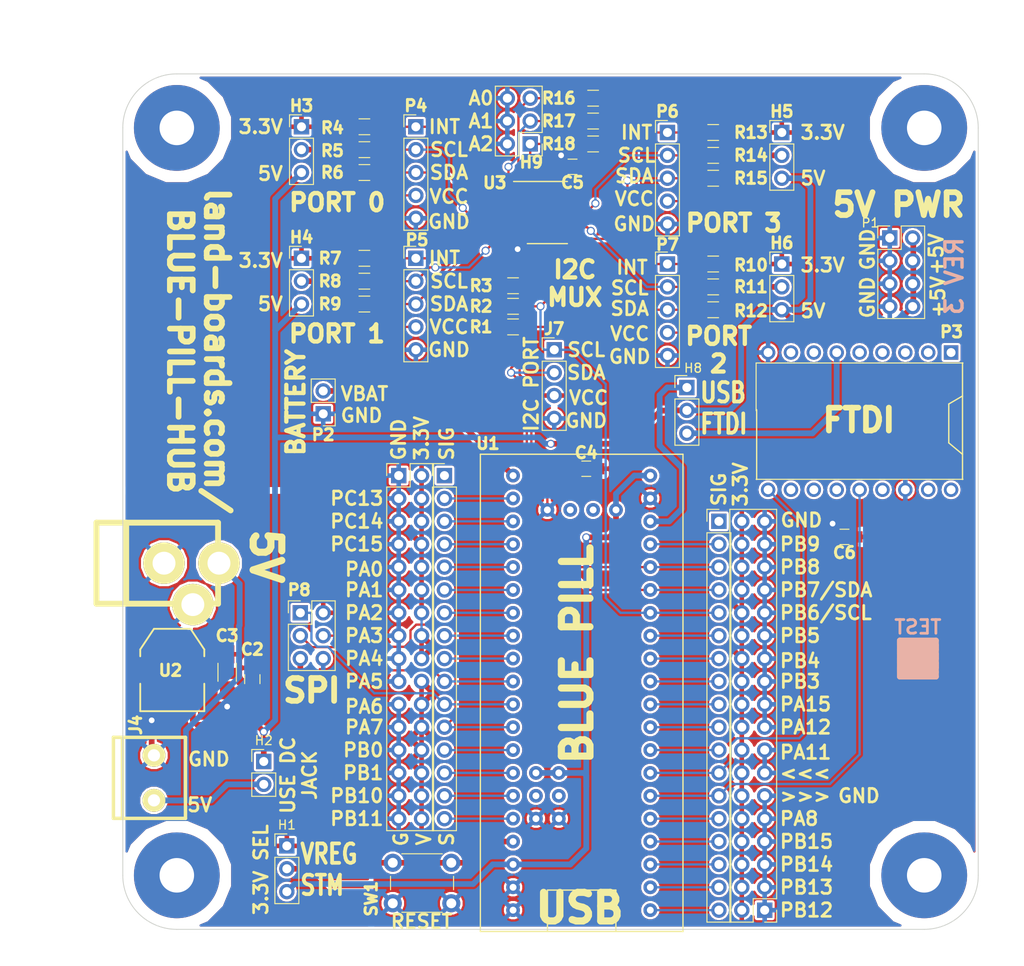
<source format=kicad_pcb>
(kicad_pcb (version 20171130) (host pcbnew "(5.0.2)-1")
  (title_block (title Blue-Pill-Hub) (date 2019-03-03) (rev 2) (company land-boards.com))
  (layers (0 F.Cu signal) (31 B.Cu signal) (36 B.SilkS user) (37 F.SilkS user) (38 B.Mask user) (39 F.Mask user) (44 Edge.Cuts user))
  (net 0 "")
  (net 1 +5V)
  (net 2 GND)
  (net 3 /STM_TX)
  (net 4 /STM_RX)
  (net 5 +3V3)
  (net 6 /DCIN)
  (net 7 /VO3)
  (net 8 /STM_INT)
  (net 9 /STM_SDA)
  (net 10 /STM_SCL)
  (net 11 /INT0)
  (net 12 /SC0)
  (net 13 /SD0)
  (net 14 /SD1)
  (net 15 /SC1)
  (net 16 /INT1)
  (net 17 /INT2)
  (net 18 /SC2)
  (net 19 /SD2)
  (net 20 /SD3)
  (net 21 /SC3)
  (net 22 /INT3)
  (net 23 /PC13)
  (net 24 /PC14)
  (net 25 /PC15)
  (net 26 /PA0)
  (net 27 /PA1)
  (net 28 /PA2)
  (net 29 /PA3)
  (net 30 /PA4)
  (net 31 /PA5)
  (net 32 /PA6)
  (net 33 /PA7)
  (net 34 /PB0)
  (net 35 /PB1)
  (net 36 /PB10)
  (net 37 /PB11)
  (net 38 /PB9)
  (net 39 /PB5)
  (net 40 /PB4)
  (net 41 /PB3)
  (net 42 /PA15)
  (net 43 /PA12)
  (net 44 /PA11)
  (net 45 /PA8)
  (net 46 /PB15)
  (net 47 /PB14)
  (net 48 /PB13)
  (net 49 /PB12)
  (net 50 /A2)
  (net 51 /A1)
  (net 52 /A0)
  (net 53 /RES)
  (net 54 "Net-(H3-Pad2)")
  (net 55 "Net-(H4-Pad2)")
  (net 56 "Net-(H5-Pad2)")
  (net 57 "Net-(H6-Pad2)")
  (net 58 /VBAT)
  (net 59 "Net-(H8-Pad3)")
  (net 60 "Net-(H1-Pad3)")
  (net 61 /USB5V)
  (net 62 "Net-(P3-Pad1)")
  (net 63 "Net-(P3-Pad2)")
  (net 64 "Net-(P3-Pad11)")
  (net 65 "Net-(P3-Pad3)")
  (net 66 "Net-(P3-Pad12)")
  (net 67 "Net-(P3-Pad4)")
  (net 68 "Net-(P3-Pad13)")
  (net 69 "Net-(P3-Pad5)")
  (net 70 "Net-(P3-Pad15)")
  (net 71 "Net-(P3-Pad7)")
  (net 72 "Net-(P3-Pad8)")
  (net 73 "Net-(P3-Pad17)")
  (net 74 "Net-(P3-Pad18)")
  (net 75 "Net-(P12-Pad1)")
  (net 76 "Net-(P13-Pad1)")
  (net 77 "Net-(U1-PadBOOT)")
  (net 78 "Net-(U1-PadPB2)")
  (module LandBoards_Marking:TEST_BLK-REAR (layer F.Cu) (at 98.298 74.93)
    (fp_text reference TEST (at 0 -3.5) (layer B.SilkS) (effects (font (size 1.524 1.524) (thickness 0.3048)) (justify mirror)))
    (fp_text value COUPON hide)
  )
  (module Connector_PinHeader_2.54mm:PinHeader_1x03_P2.54mm_Vertical (layer F.Cu) (at 72.644 44.831)
    (fp_text reference H8 (at 0.6858 -2.159) (layer F.SilkS))
    (fp_text value CONN_01X03-conn)
    (pad 3 thru_hole oval (at 0 5.08) (size 1.7 1.7) (drill 1) (layers *.Cu *.Mask) (net 59 "Net-(H8-Pad3)"))
    (pad 2 thru_hole oval (at 0 2.54) (size 1.7 1.7) (drill 1) (layers *.Cu *.Mask) (net 1 +5V))
    (pad 1 thru_hole rect (at 0 0) (size 1.7 1.7) (drill 1) (layers *.Cu *.Mask) (net 61 /USB5V))
  )
  (module Capacitors_SMD:C_0805_HandSoldering (layer F.Cu) (at 90.1446 61.4172 180)
    (fp_text reference C6 (at 0 -1.75 180) (layer F.SilkS) (effects (font (size 1.27 1.27) (thickness 0.3175))))
    (fp_text value 0.1uF)
    (pad 2 smd rect (at 1.25 0 180) (size 1.5 1.25) (layers F.Cu F.Paste F.Mask) (net 2 GND))
    (pad 1 smd rect (at -1.25 0 180) (size 1.5 1.25) (layers F.Cu F.Paste F.Mask) (net 5 +3V3))
  )
  (module Connector_PinHeader_2.54mm:PinHeader_2x04_P2.54mm_Vertical (layer F.Cu) (at 95.1738 28.2194)
    (fp_text reference P1 (at -2.159 -1.6764) (layer F.SilkS))
    (fp_text value Conn_02x04_Odd_Even)
    (pad 1 thru_hole rect (at 0 0) (size 1.7 1.7) (drill 1) (layers *.Cu *.Mask) (net 2 GND))
    (pad 2 thru_hole oval (at 2.54 0) (size 1.7 1.7) (drill 1) (layers *.Cu *.Mask) (net 1 +5V))
    (pad 3 thru_hole oval (at 0 2.54) (size 1.7 1.7) (drill 1) (layers *.Cu *.Mask) (net 2 GND))
    (pad 4 thru_hole oval (at 2.54 2.54) (size 1.7 1.7) (drill 1) (layers *.Cu *.Mask) (net 1 +5V))
    (pad 5 thru_hole oval (at 0 5.08) (size 1.7 1.7) (drill 1) (layers *.Cu *.Mask) (net 2 GND))
    (pad 6 thru_hole oval (at 2.54 5.08) (size 1.7 1.7) (drill 1) (layers *.Cu *.Mask) (net 1 +5V))
    (pad 7 thru_hole oval (at 0 7.62) (size 1.7 1.7) (drill 1) (layers *.Cu *.Mask) (net 2 GND))
    (pad 8 thru_hole oval (at 2.54 7.62) (size 1.7 1.7) (drill 1) (layers *.Cu *.Mask) (net 1 +5V))
  )
  (module Capacitors_SMD:C_1206_HandSoldering (layer F.Cu) (at 21.59 76.454 270)
    (fp_text reference C3 (at -4.064 0) (layer F.SilkS) (effects (font (size 1.27 1.27) (thickness 0.3175))))
    (fp_text value 10uF)
    (pad 2 smd rect (at 2 0 270) (size 2 1.6) (layers F.Cu F.Paste F.Mask) (net 2 GND))
    (pad 1 smd rect (at -2 0 270) (size 2 1.6) (layers F.Cu F.Paste F.Mask) (net 7 /VO3))
  )
  (module LandBoards_MountHoles:MTG-6-32 (layer F.Cu) (at 16 16)
    (fp_text reference MTG1 hide)
    (fp_text value MTG_HOLE hide)
    (pad 1 thru_hole circle (at 0 0) (size 9.525 9.525) (drill 3.8354) (layers *.Cu *.Mask) (clearance 1.27))
  )
  (module LandBoards_MountHoles:MTG-6-32 (layer F.Cu) (at 99 16)
    (fp_text reference MTG2 hide)
    (fp_text value MTG_HOLE hide)
    (pad 1 thru_hole circle (at 0 0) (size 9.525 9.525) (drill 3.8354) (layers *.Cu *.Mask) (clearance 1.27))
  )
  (module LandBoards_MountHoles:MTG-6-32 (layer F.Cu) (at 16 99)
    (fp_text reference MTG3 hide)
    (fp_text value MTG_HOLE hide)
    (pad 1 thru_hole circle (at 0 0) (size 9.525 9.525) (drill 3.8354) (layers *.Cu *.Mask) (clearance 1.27))
  )
  (module LandBoards_MountHoles:MTG-6-32 (layer F.Cu) (at 99 99)
    (fp_text reference MTG4 hide)
    (fp_text value MTG_HOLE hide)
    (pad 1 thru_hole circle (at 0 0) (size 9.525 9.525) (drill 3.8354) (layers *.Cu *.Mask) (clearance 1.27))
  )
  (module LandBoards_Conns:DCJ-NEW (layer F.Cu) (at 14.5796 64.3382)
    (fp_text reference J1 hide)
    (fp_text value DCJ0202 hide)
    (pad 2 thru_hole circle (at 0 0) (size 4.6 4.6) (drill 2.54) (layers *.Cu *.Mask F.SilkS) (net 2 GND))
    (pad 1 thru_hole circle (at 6.1 0) (size 4.6 4.6) (drill 2.54) (layers *.Cu *.Mask F.SilkS) (net 6 /DCIN))
    (pad 3 thru_hole circle (at 3.2 4.6) (size 4.6 4.6) (drill 2.54) (layers *.Cu *.Mask F.SilkS) (net 2 GND))
  )
  (module BP:BLUEPILL (layer F.Cu) (at 60.96 78.74 180)
    (fp_text reference U1 (at 10.414 27.686 180) (layer F.SilkS) (effects (font (size 1.27 1.27) (thickness 0.3175))))
    (fp_text value "BLUE PILL HUB")
    (pad PB12 thru_hole circle (at -7.62 -24.13 180) (size 1.524 1.524) (drill 0.762) (layers *.Cu *.Mask) (net 49 /PB12))
    (pad PB13 thru_hole circle (at -7.62 -21.59 180) (size 1.524 1.524) (drill 0.762) (layers *.Cu *.Mask) (net 48 /PB13))
    (pad PB14 thru_hole circle (at -7.62 -19.05 180) (size 1.524 1.524) (drill 0.762) (layers *.Cu *.Mask) (net 47 /PB14))
    (pad PB15 thru_hole circle (at -7.62 -16.51 180) (size 1.524 1.524) (drill 0.762) (layers *.Cu *.Mask) (net 46 /PB15))
    (pad PA8 thru_hole circle (at -7.62 -13.97 180) (size 1.524 1.524) (drill 0.762) (layers *.Cu *.Mask) (net 45 /PA8))
    (pad PA9 thru_hole circle (at -7.62 -11.43 180) (size 1.524 1.524) (drill 0.762) (layers *.Cu *.Mask) (net 3 /STM_TX))
    (pad PA10 thru_hole circle (at -7.62 -8.89 180) (size 1.524 1.524) (drill 0.762) (layers *.Cu *.Mask) (net 4 /STM_RX))
    (pad PA11 thru_hole circle (at -7.62 -6.35 180) (size 1.524 1.524) (drill 0.762) (layers *.Cu *.Mask) (net 44 /PA11))
    (pad PA12 thru_hole circle (at -7.62 -3.81 180) (size 1.524 1.524) (drill 0.762) (layers *.Cu *.Mask) (net 43 /PA12))
    (pad PA15 thru_hole circle (at -7.62 -1.27 180) (size 1.524 1.524) (drill 0.762) (layers *.Cu *.Mask) (net 42 /PA15))
    (pad PB3 thru_hole circle (at -7.62 1.27 180) (size 1.524 1.524) (drill 0.762) (layers *.Cu *.Mask) (net 41 /PB3))
    (pad PB4 thru_hole circle (at -7.62 3.81 180) (size 1.524 1.524) (drill 0.762) (layers *.Cu *.Mask) (net 40 /PB4))
    (pad PB5 thru_hole circle (at -7.62 6.35 180) (size 1.524 1.524) (drill 0.762) (layers *.Cu *.Mask) (net 39 /PB5))
    (pad PB6 thru_hole circle (at -7.62 8.89 180) (size 1.524 1.524) (drill 0.762) (layers *.Cu *.Mask) (net 10 /STM_SCL))
    (pad PB7 thru_hole circle (at -7.62 11.43 180) (size 1.524 1.524) (drill 0.762) (layers *.Cu *.Mask) (net 9 /STM_SDA))
    (pad PB8 thru_hole circle (at -7.62 13.97 180) (size 1.524 1.524) (drill 0.762) (layers *.Cu *.Mask) (net 8 /STM_INT))
    (pad PB9 thru_hole circle (at -7.62 16.51 180) (size 1.524 1.524) (drill 0.762) (layers *.Cu *.Mask) (net 38 /PB9))
    (pad G thru_hole circle (at -7.62 21.59 180) (size 1.524 1.524) (drill 0.762) (layers *.Cu *.Mask) (net 2 GND))
    (pad 3V3 thru_hole circle (at -7.62 24.13 180) (size 1.524 1.524) (drill 0.762) (layers *.Cu *.Mask) (net 60 "Net-(H1-Pad3)"))
    (pad VBAT thru_hole circle (at 7.62 24.13 180) (size 1.524 1.524) (drill 0.762) (layers *.Cu *.Mask) (net 58 /VBAT))
    (pad PC13 thru_hole circle (at 7.62 21.59 180) (size 1.524 1.524) (drill 0.762) (layers *.Cu *.Mask) (net 23 /PC13))
    (pad PC14 thru_hole circle (at 7.62 19.05 180) (size 1.524 1.524) (drill 0.762) (layers *.Cu *.Mask) (net 24 /PC14))
    (pad PC15 thru_hole circle (at 7.62 16.51 180) (size 1.524 1.524) (drill 0.762) (layers *.Cu *.Mask) (net 25 /PC15))
    (pad PA0 thru_hole circle (at 7.62 13.97 180) (size 1.524 1.524) (drill 0.762) (layers *.Cu *.Mask) (net 26 /PA0))
    (pad PA1 thru_hole circle (at 7.62 11.43 180) (size 1.524 1.524) (drill 0.762) (layers *.Cu *.Mask) (net 27 /PA1))
    (pad PA2 thru_hole circle (at 7.62 8.89 180) (size 1.524 1.524) (drill 0.762) (layers *.Cu *.Mask) (net 28 /PA2))
    (pad PA3 thru_hole circle (at 7.62 6.35 180) (size 1.524 1.524) (drill 0.762) (layers *.Cu *.Mask) (net 29 /PA3))
    (pad PA4 thru_hole circle (at 7.62 3.81 180) (size 1.524 1.524) (drill 0.762) (layers *.Cu *.Mask) (net 30 /PA4))
    (pad PA5 thru_hole circle (at 7.62 1.27 180) (size 1.524 1.524) (drill 0.762) (layers *.Cu *.Mask) (net 31 /PA5))
    (pad PA6 thru_hole circle (at 7.62 -1.27 180) (size 1.524 1.524) (drill 0.762) (layers *.Cu *.Mask) (net 32 /PA6))
    (pad PA7 thru_hole circle (at 7.62 -3.81 180) (size 1.524 1.524) (drill 0.762) (layers *.Cu *.Mask) (net 33 /PA7))
    (pad PB0 thru_hole circle (at 7.62 -6.35 180) (size 1.524 1.524) (drill 0.762) (layers *.Cu *.Mask) (net 34 /PB0))
    (pad PB1 thru_hole circle (at 7.62 -8.89 180) (size 1.524 1.524) (drill 0.762) (layers *.Cu *.Mask) (net 35 /PB1))
    (pad PB10 thru_hole circle (at 7.62 -11.43 180) (size 1.524 1.524) (drill 0.762) (layers *.Cu *.Mask) (net 36 /PB10))
    (pad PB11 thru_hole circle (at 7.62 -13.97 180) (size 1.524 1.524) (drill 0.762) (layers *.Cu *.Mask) (net 37 /PB11))
    (pad NRST thru_hole circle (at 7.62 -16.51 180) (size 1.524 1.524) (drill 0.762) (layers *.Cu *.Mask) (net 53 /RES))
    (pad 3V3 thru_hole circle (at 7.62 -19.05 180) (size 1.524 1.524) (drill 0.762) (layers *.Cu *.Mask) (net 60 "Net-(H1-Pad3)"))
    (pad G thru_hole circle (at 7.62 -21.59 180) (size 1.524 1.524) (drill 0.762) (layers *.Cu *.Mask) (net 2 GND))
    (pad G thru_hole circle (at 7.62 -24.13 180) (size 1.524 1.524) (drill 0.762) (layers *.Cu *.Mask) (net 2 GND))
    (pad 3V3 thru_hole circle (at -3.81 20.32 180) (size 1.524 1.524) (drill 0.762) (layers *.Cu *.Mask) (net 60 "Net-(H1-Pad3)"))
    (pad PA13 thru_hole circle (at -1.27 20.32 180) (size 1.524 1.524) (drill 0.762) (layers *.Cu *.Mask))
    (pad PA14 thru_hole circle (at 1.27 20.32 180) (size 1.524 1.524) (drill 0.762) (layers *.Cu *.Mask))
    (pad G thru_hole circle (at 3.81 20.32 180) (size 1.524 1.524) (drill 0.762) (layers *.Cu *.Mask) (net 2 GND))
    (pad G thru_hole circle (at 5.08 -13.97 180) (size 1.524 1.524) (drill 0.762) (layers *.Cu *.Mask) (net 2 GND))
    (pad BOOT thru_hole circle (at 5.08 -11.43 180) (size 1.524 1.524) (drill 0.762) (layers *.Cu *.Mask) (net 77 "Net-(U1-PadBOOT)"))
    (pad 3V3 thru_hole circle (at 5.08 -8.89 180) (size 1.524 1.524) (drill 0.762) (layers *.Cu *.Mask) (net 60 "Net-(H1-Pad3)"))
    (pad G thru_hole circle (at 2.54 -13.97 180) (size 1.524 1.524) (drill 0.762) (layers *.Cu *.Mask) (net 2 GND))
    (pad PB2 thru_hole circle (at 2.54 -11.43 180) (size 1.524 1.524) (drill 0.762) (layers *.Cu *.Mask) (net 78 "Net-(U1-PadPB2)"))
    (pad 3V3 thru_hole circle (at 2.54 -8.89 180) (size 1.524 1.524) (drill 0.762) (layers *.Cu *.Mask) (net 60 "Net-(H1-Pad3)"))
    (pad 5V thru_hole circle (at -7.62 19.05 180) (size 1.524 1.524) (drill 0.762) (layers *.Cu *.Mask) (net 61 /USB5V))
  )
  (module LandBoards_Conns:TB2-5MM (layer F.Cu) (at 13.462 90.678 90)
    (fp_text reference J4 (at 8.382 -2.032 90) (layer F.SilkS) (effects (font (size 1.27 1.27) (thickness 0.3175))))
    (fp_text value CONN_01X02 hide)
    (pad 1 thru_hole circle (at 0 0 90) (size 2.54 2.54) (drill 1.3589) (layers *.Cu *.Mask F.SilkS) (net 6 /DCIN))
    (pad 2 thru_hole circle (at 5 0 90) (size 2.54 2.54) (drill 1.3589) (layers *.Cu *.Mask F.SilkS) (net 2 GND))
  )
  (module LandBoards_SMD_Packages:SOT223 (layer F.Cu) (at 15.494 76.2)
    (fp_text reference U2 (at -0.2032 0.0508) (layer F.SilkS) (effects (font (size 1.27 1.27) (thickness 0.3175))))
    (fp_text value AP1117 hide)
    (pad 4 smd rect (at 0 -3.302) (size 3.6576 2.032) (layers F.Cu F.Mask) (net 7 /VO3))
    (pad 2 smd rect (at 0 3.302) (size 1.016 2.032) (layers F.Cu F.Mask) (net 7 /VO3))
    (pad 3 smd rect (at 2.286 3.302) (size 1.016 2.032) (layers F.Cu F.Mask) (net 1 +5V))
    (pad 1 smd rect (at -2.286 3.302) (size 1.016 2.032) (layers F.Cu F.Mask) (net 2 GND))
  )
  (module Pin_Headers:Pin_Header_Straight_2x03_Pitch2.54mm (layer F.Cu) (at 55.245 17.78 180)
    (fp_text reference H9 (at -0.127 -2.032 180) (layer F.SilkS) (effects (font (size 1.27 1.27) (thickness 0.3175))))
    (fp_text value CONN_02X03)
    (pad 1 thru_hole rect (at 0 0 180) (size 1.7 1.7) (drill 1) (layers *.Cu *.Mask) (net 50 /A2))
    (pad 2 thru_hole oval (at 2.54 0 180) (size 1.7 1.7) (drill 1) (layers *.Cu *.Mask) (net 2 GND))
    (pad 3 thru_hole oval (at 0 2.54 180) (size 1.7 1.7) (drill 1) (layers *.Cu *.Mask) (net 51 /A1))
    (pad 4 thru_hole oval (at 2.54 2.54 180) (size 1.7 1.7) (drill 1) (layers *.Cu *.Mask) (net 2 GND))
    (pad 5 thru_hole oval (at 0 5.08 180) (size 1.7 1.7) (drill 1) (layers *.Cu *.Mask) (net 52 /A0))
    (pad 6 thru_hole oval (at 2.54 5.08 180) (size 1.7 1.7) (drill 1) (layers *.Cu *.Mask) (net 2 GND))
  )
  (module Pin_Headers:Pin_Header_Straight_2x16_Pitch2.54mm (layer F.Cu) (at 40.64 54.61)
    (fp_text reference P11 hide)
    (fp_text value CONN_02X16)
    (pad 1 thru_hole rect (at 0 0) (size 1.7 1.7) (drill 1) (layers *.Cu *.Mask) (net 2 GND))
    (pad 2 thru_hole oval (at 2.54 0) (size 1.7 1.7) (drill 1) (layers *.Cu *.Mask) (net 5 +3V3))
    (pad 3 thru_hole oval (at 0 2.54) (size 1.7 1.7) (drill 1) (layers *.Cu *.Mask) (net 2 GND))
    (pad 4 thru_hole oval (at 2.54 2.54) (size 1.7 1.7) (drill 1) (layers *.Cu *.Mask) (net 5 +3V3))
    (pad 5 thru_hole oval (at 0 5.08) (size 1.7 1.7) (drill 1) (layers *.Cu *.Mask) (net 2 GND))
    (pad 6 thru_hole oval (at 2.54 5.08) (size 1.7 1.7) (drill 1) (layers *.Cu *.Mask) (net 5 +3V3))
    (pad 7 thru_hole oval (at 0 7.62) (size 1.7 1.7) (drill 1) (layers *.Cu *.Mask) (net 2 GND))
    (pad 8 thru_hole oval (at 2.54 7.62) (size 1.7 1.7) (drill 1) (layers *.Cu *.Mask) (net 5 +3V3))
    (pad 9 thru_hole oval (at 0 10.16) (size 1.7 1.7) (drill 1) (layers *.Cu *.Mask) (net 2 GND))
    (pad 10 thru_hole oval (at 2.54 10.16) (size 1.7 1.7) (drill 1) (layers *.Cu *.Mask) (net 5 +3V3))
    (pad 11 thru_hole oval (at 0 12.7) (size 1.7 1.7) (drill 1) (layers *.Cu *.Mask) (net 2 GND))
    (pad 12 thru_hole oval (at 2.54 12.7) (size 1.7 1.7) (drill 1) (layers *.Cu *.Mask) (net 5 +3V3))
    (pad 13 thru_hole oval (at 0 15.24) (size 1.7 1.7) (drill 1) (layers *.Cu *.Mask) (net 2 GND))
    (pad 14 thru_hole oval (at 2.54 15.24) (size 1.7 1.7) (drill 1) (layers *.Cu *.Mask) (net 5 +3V3))
    (pad 15 thru_hole oval (at 0 17.78) (size 1.7 1.7) (drill 1) (layers *.Cu *.Mask) (net 2 GND))
    (pad 16 thru_hole oval (at 2.54 17.78) (size 1.7 1.7) (drill 1) (layers *.Cu *.Mask) (net 5 +3V3))
    (pad 17 thru_hole oval (at 0 20.32) (size 1.7 1.7) (drill 1) (layers *.Cu *.Mask) (net 2 GND))
    (pad 18 thru_hole oval (at 2.54 20.32) (size 1.7 1.7) (drill 1) (layers *.Cu *.Mask) (net 5 +3V3))
    (pad 19 thru_hole oval (at 0 22.86) (size 1.7 1.7) (drill 1) (layers *.Cu *.Mask) (net 2 GND))
    (pad 20 thru_hole oval (at 2.54 22.86) (size 1.7 1.7) (drill 1) (layers *.Cu *.Mask) (net 5 +3V3))
    (pad 21 thru_hole oval (at 0 25.4) (size 1.7 1.7) (drill 1) (layers *.Cu *.Mask) (net 2 GND))
    (pad 22 thru_hole oval (at 2.54 25.4) (size 1.7 1.7) (drill 1) (layers *.Cu *.Mask) (net 5 +3V3))
    (pad 23 thru_hole oval (at 0 27.94) (size 1.7 1.7) (drill 1) (layers *.Cu *.Mask) (net 2 GND))
    (pad 24 thru_hole oval (at 2.54 27.94) (size 1.7 1.7) (drill 1) (layers *.Cu *.Mask) (net 5 +3V3))
    (pad 25 thru_hole oval (at 0 30.48) (size 1.7 1.7) (drill 1) (layers *.Cu *.Mask) (net 2 GND))
    (pad 26 thru_hole oval (at 2.54 30.48) (size 1.7 1.7) (drill 1) (layers *.Cu *.Mask) (net 5 +3V3))
    (pad 27 thru_hole oval (at 0 33.02) (size 1.7 1.7) (drill 1) (layers *.Cu *.Mask) (net 2 GND))
    (pad 28 thru_hole oval (at 2.54 33.02) (size 1.7 1.7) (drill 1) (layers *.Cu *.Mask) (net 5 +3V3))
    (pad 29 thru_hole oval (at 0 35.56) (size 1.7 1.7) (drill 1) (layers *.Cu *.Mask) (net 2 GND))
    (pad 30 thru_hole oval (at 2.54 35.56) (size 1.7 1.7) (drill 1) (layers *.Cu *.Mask) (net 5 +3V3))
    (pad 31 thru_hole oval (at 0 38.1) (size 1.7 1.7) (drill 1) (layers *.Cu *.Mask) (net 2 GND))
    (pad 32 thru_hole oval (at 2.54 38.1) (size 1.7 1.7) (drill 1) (layers *.Cu *.Mask) (net 5 +3V3))
  )
  (module Pin_Headers:Pin_Header_Straight_1x16_Pitch2.54mm (layer F.Cu) (at 45.72 54.61)
    (fp_text reference P12 hide)
    (fp_text value CONN_01X16)
    (pad 1 thru_hole rect (at 0 0) (size 1.7 1.7) (drill 1) (layers *.Cu *.Mask) (net 75 "Net-(P12-Pad1)"))
    (pad 2 thru_hole oval (at 0 2.54) (size 1.7 1.7) (drill 1) (layers *.Cu *.Mask) (net 23 /PC13))
    (pad 3 thru_hole oval (at 0 5.08) (size 1.7 1.7) (drill 1) (layers *.Cu *.Mask) (net 24 /PC14))
    (pad 4 thru_hole oval (at 0 7.62) (size 1.7 1.7) (drill 1) (layers *.Cu *.Mask) (net 25 /PC15))
    (pad 5 thru_hole oval (at 0 10.16) (size 1.7 1.7) (drill 1) (layers *.Cu *.Mask) (net 26 /PA0))
    (pad 6 thru_hole oval (at 0 12.7) (size 1.7 1.7) (drill 1) (layers *.Cu *.Mask) (net 27 /PA1))
    (pad 7 thru_hole oval (at 0 15.24) (size 1.7 1.7) (drill 1) (layers *.Cu *.Mask) (net 28 /PA2))
    (pad 8 thru_hole oval (at 0 17.78) (size 1.7 1.7) (drill 1) (layers *.Cu *.Mask) (net 29 /PA3))
    (pad 9 thru_hole oval (at 0 20.32) (size 1.7 1.7) (drill 1) (layers *.Cu *.Mask) (net 30 /PA4))
    (pad 10 thru_hole oval (at 0 22.86) (size 1.7 1.7) (drill 1) (layers *.Cu *.Mask) (net 31 /PA5))
    (pad 11 thru_hole oval (at 0 25.4) (size 1.7 1.7) (drill 1) (layers *.Cu *.Mask) (net 32 /PA6))
    (pad 12 thru_hole oval (at 0 27.94) (size 1.7 1.7) (drill 1) (layers *.Cu *.Mask) (net 33 /PA7))
    (pad 13 thru_hole oval (at 0 30.48) (size 1.7 1.7) (drill 1) (layers *.Cu *.Mask) (net 34 /PB0))
    (pad 14 thru_hole oval (at 0 33.02) (size 1.7 1.7) (drill 1) (layers *.Cu *.Mask) (net 35 /PB1))
    (pad 15 thru_hole oval (at 0 35.56) (size 1.7 1.7) (drill 1) (layers *.Cu *.Mask) (net 36 /PB10))
    (pad 16 thru_hole oval (at 0 38.1) (size 1.7 1.7) (drill 1) (layers *.Cu *.Mask) (net 37 /PB11))
  )
  (module Pin_Headers:Pin_Header_Straight_2x18_Pitch2.54mm (layer F.Cu) (at 81.28 102.87 180)
    (fp_text reference P14 hide)
    (fp_text value CONN_02X18)
    (pad 1 thru_hole rect (at 0 0 180) (size 1.7 1.7) (drill 1) (layers *.Cu *.Mask) (net 2 GND))
    (pad 2 thru_hole oval (at 2.54 0 180) (size 1.7 1.7) (drill 1) (layers *.Cu *.Mask) (net 5 +3V3))
    (pad 3 thru_hole oval (at 0 2.54 180) (size 1.7 1.7) (drill 1) (layers *.Cu *.Mask) (net 2 GND))
    (pad 4 thru_hole oval (at 2.54 2.54 180) (size 1.7 1.7) (drill 1) (layers *.Cu *.Mask) (net 5 +3V3))
    (pad 5 thru_hole oval (at 0 5.08 180) (size 1.7 1.7) (drill 1) (layers *.Cu *.Mask) (net 2 GND))
    (pad 6 thru_hole oval (at 2.54 5.08 180) (size 1.7 1.7) (drill 1) (layers *.Cu *.Mask) (net 5 +3V3))
    (pad 7 thru_hole oval (at 0 7.62 180) (size 1.7 1.7) (drill 1) (layers *.Cu *.Mask) (net 2 GND))
    (pad 8 thru_hole oval (at 2.54 7.62 180) (size 1.7 1.7) (drill 1) (layers *.Cu *.Mask) (net 5 +3V3))
    (pad 9 thru_hole oval (at 0 10.16 180) (size 1.7 1.7) (drill 1) (layers *.Cu *.Mask) (net 2 GND))
    (pad 10 thru_hole oval (at 2.54 10.16 180) (size 1.7 1.7) (drill 1) (layers *.Cu *.Mask) (net 5 +3V3))
    (pad 11 thru_hole oval (at 0 12.7 180) (size 1.7 1.7) (drill 1) (layers *.Cu *.Mask) (net 2 GND))
    (pad 12 thru_hole oval (at 2.54 12.7 180) (size 1.7 1.7) (drill 1) (layers *.Cu *.Mask) (net 5 +3V3))
    (pad 13 thru_hole oval (at 0 15.24 180) (size 1.7 1.7) (drill 1) (layers *.Cu *.Mask) (net 2 GND))
    (pad 14 thru_hole oval (at 2.54 15.24 180) (size 1.7 1.7) (drill 1) (layers *.Cu *.Mask) (net 5 +3V3))
    (pad 15 thru_hole oval (at 0 17.78 180) (size 1.7 1.7) (drill 1) (layers *.Cu *.Mask) (net 2 GND))
    (pad 16 thru_hole oval (at 2.54 17.78 180) (size 1.7 1.7) (drill 1) (layers *.Cu *.Mask) (net 5 +3V3))
    (pad 17 thru_hole oval (at 0 20.32 180) (size 1.7 1.7) (drill 1) (layers *.Cu *.Mask) (net 2 GND))
    (pad 18 thru_hole oval (at 2.54 20.32 180) (size 1.7 1.7) (drill 1) (layers *.Cu *.Mask) (net 5 +3V3))
    (pad 19 thru_hole oval (at 0 22.86 180) (size 1.7 1.7) (drill 1) (layers *.Cu *.Mask) (net 2 GND))
    (pad 20 thru_hole oval (at 2.54 22.86 180) (size 1.7 1.7) (drill 1) (layers *.Cu *.Mask) (net 5 +3V3))
    (pad 21 thru_hole oval (at 0 25.4 180) (size 1.7 1.7) (drill 1) (layers *.Cu *.Mask) (net 2 GND))
    (pad 22 thru_hole oval (at 2.54 25.4 180) (size 1.7 1.7) (drill 1) (layers *.Cu *.Mask) (net 5 +3V3))
    (pad 23 thru_hole oval (at 0 27.94 180) (size 1.7 1.7) (drill 1) (layers *.Cu *.Mask) (net 2 GND))
    (pad 24 thru_hole oval (at 2.54 27.94 180) (size 1.7 1.7) (drill 1) (layers *.Cu *.Mask) (net 5 +3V3))
    (pad 25 thru_hole oval (at 0 30.48 180) (size 1.7 1.7) (drill 1) (layers *.Cu *.Mask) (net 2 GND))
    (pad 26 thru_hole oval (at 2.54 30.48 180) (size 1.7 1.7) (drill 1) (layers *.Cu *.Mask) (net 5 +3V3))
    (pad 27 thru_hole oval (at 0 33.02 180) (size 1.7 1.7) (drill 1) (layers *.Cu *.Mask) (net 2 GND))
    (pad 28 thru_hole oval (at 2.54 33.02 180) (size 1.7 1.7) (drill 1) (layers *.Cu *.Mask) (net 5 +3V3))
    (pad 29 thru_hole oval (at 0 35.56 180) (size 1.7 1.7) (drill 1) (layers *.Cu *.Mask) (net 2 GND))
    (pad 30 thru_hole oval (at 2.54 35.56 180) (size 1.7 1.7) (drill 1) (layers *.Cu *.Mask) (net 5 +3V3))
    (pad 31 thru_hole oval (at 0 38.1 180) (size 1.7 1.7) (drill 1) (layers *.Cu *.Mask) (net 2 GND))
    (pad 32 thru_hole oval (at 2.54 38.1 180) (size 1.7 1.7) (drill 1) (layers *.Cu *.Mask) (net 5 +3V3))
    (pad 33 thru_hole oval (at 0 40.64 180) (size 1.7 1.7) (drill 1) (layers *.Cu *.Mask) (net 2 GND))
    (pad 34 thru_hole oval (at 2.54 40.64 180) (size 1.7 1.7) (drill 1) (layers *.Cu *.Mask) (net 5 +3V3))
    (pad 35 thru_hole oval (at 0 43.18 180) (size 1.7 1.7) (drill 1) (layers *.Cu *.Mask) (net 2 GND))
    (pad 36 thru_hole oval (at 2.54 43.18 180) (size 1.7 1.7) (drill 1) (layers *.Cu *.Mask) (net 5 +3V3))
  )
  (module Resistors_SMD:R_0805_HandSoldering (layer F.Cu) (at 53.34 38.1)
    (fp_text reference R1 (at -3.556 0) (layer F.SilkS) (effects (font (size 1.27 1.27) (thickness 0.3175))))
    (fp_text value 10K)
    (pad 1 smd rect (at -1.35 0) (size 1.5 1.3) (layers F.Cu F.Mask) (net 5 +3V3))
    (pad 2 smd rect (at 1.35 0) (size 1.5 1.3) (layers F.Cu F.Mask) (net 8 /STM_INT))
  )
  (module Resistors_SMD:R_0805_HandSoldering (layer F.Cu) (at 53.34 35.814)
    (fp_text reference R2 (at -3.556 0) (layer F.SilkS) (effects (font (size 1.27 1.27) (thickness 0.3175))))
    (fp_text value 2.2K)
    (pad 1 smd rect (at -1.35 0) (size 1.5 1.3) (layers F.Cu F.Mask) (net 5 +3V3))
    (pad 2 smd rect (at 1.35 0) (size 1.5 1.3) (layers F.Cu F.Mask) (net 10 /STM_SCL))
  )
  (module Resistors_SMD:R_0805_HandSoldering (layer F.Cu) (at 53.34 33.528)
    (fp_text reference R3 (at -3.556 0) (layer F.SilkS) (effects (font (size 1.27 1.27) (thickness 0.3175))))
    (fp_text value 2.2K)
    (pad 1 smd rect (at -1.35 0) (size 1.5 1.3) (layers F.Cu F.Mask) (net 5 +3V3))
    (pad 2 smd rect (at 1.35 0) (size 1.5 1.3) (layers F.Cu F.Mask) (net 9 /STM_SDA))
  )
  (module Resistors_SMD:R_0805_HandSoldering (layer F.Cu) (at 36.83 15.875)
    (fp_text reference R4 (at -3.556 0.127) (layer F.SilkS) (effects (font (size 1.27 1.27) (thickness 0.3175))))
    (fp_text value 10K)
    (pad 1 smd rect (at -1.35 0) (size 1.5 1.3) (layers F.Cu F.Mask) (net 54 "Net-(H3-Pad2)"))
    (pad 2 smd rect (at 1.35 0) (size 1.5 1.3) (layers F.Cu F.Mask) (net 11 /INT0))
  )
  (module Resistors_SMD:R_0805_HandSoldering (layer F.Cu) (at 36.83 18.415)
    (fp_text reference R5 (at -3.556 0.127) (layer F.SilkS) (effects (font (size 1.27 1.27) (thickness 0.3175))))
    (fp_text value 2.2K)
    (pad 1 smd rect (at -1.35 0) (size 1.5 1.3) (layers F.Cu F.Mask) (net 54 "Net-(H3-Pad2)"))
    (pad 2 smd rect (at 1.35 0) (size 1.5 1.3) (layers F.Cu F.Mask) (net 12 /SC0))
  )
  (module Resistors_SMD:R_0805_HandSoldering (layer F.Cu) (at 36.83 20.955)
    (fp_text reference R6 (at -3.556 0) (layer F.SilkS) (effects (font (size 1.27 1.27) (thickness 0.3175))))
    (fp_text value 2.2K)
    (pad 1 smd rect (at -1.35 0) (size 1.5 1.3) (layers F.Cu F.Mask) (net 54 "Net-(H3-Pad2)"))
    (pad 2 smd rect (at 1.35 0) (size 1.5 1.3) (layers F.Cu F.Mask) (net 13 /SD0))
  )
  (module Resistors_SMD:R_0805_HandSoldering (layer F.Cu) (at 36.83 30.48)
    (fp_text reference R7 (at -3.81 0) (layer F.SilkS) (effects (font (size 1.27 1.27) (thickness 0.3175))))
    (fp_text value 10K)
    (pad 1 smd rect (at -1.35 0) (size 1.5 1.3) (layers F.Cu F.Mask) (net 55 "Net-(H4-Pad2)"))
    (pad 2 smd rect (at 1.35 0) (size 1.5 1.3) (layers F.Cu F.Mask) (net 16 /INT1))
  )
  (module Resistors_SMD:R_0805_HandSoldering (layer F.Cu) (at 36.83 33.02)
    (fp_text reference R8 (at -3.81 0) (layer F.SilkS) (effects (font (size 1.27 1.27) (thickness 0.3175))))
    (fp_text value 2.2K)
    (pad 1 smd rect (at -1.35 0) (size 1.5 1.3) (layers F.Cu F.Mask) (net 55 "Net-(H4-Pad2)"))
    (pad 2 smd rect (at 1.35 0) (size 1.5 1.3) (layers F.Cu F.Mask) (net 15 /SC1))
  )
  (module Resistors_SMD:R_0805_HandSoldering (layer F.Cu) (at 36.83 35.56)
    (fp_text reference R9 (at -3.81 0) (layer F.SilkS) (effects (font (size 1.27 1.27) (thickness 0.3175))))
    (fp_text value 2.2K)
    (pad 1 smd rect (at -1.35 0) (size 1.5 1.3) (layers F.Cu F.Mask) (net 55 "Net-(H4-Pad2)"))
    (pad 2 smd rect (at 1.35 0) (size 1.5 1.3) (layers F.Cu F.Mask) (net 14 /SD1))
  )
  (module Resistors_SMD:R_0805_HandSoldering (layer F.Cu) (at 75.565 31.115 180)
    (fp_text reference R10 (at -4.191 -0.127 180) (layer F.SilkS) (effects (font (size 1.27 1.27) (thickness 0.3175))))
    (fp_text value 10K)
    (pad 1 smd rect (at -1.35 0 180) (size 1.5 1.3) (layers F.Cu F.Mask) (net 57 "Net-(H6-Pad2)"))
    (pad 2 smd rect (at 1.35 0 180) (size 1.5 1.3) (layers F.Cu F.Mask) (net 17 /INT2))
  )
  (module Resistors_SMD:R_0805_HandSoldering (layer F.Cu) (at 75.565 33.655 180)
    (fp_text reference R11 (at -4.191 0 180) (layer F.SilkS) (effects (font (size 1.27 1.27) (thickness 0.3175))))
    (fp_text value 2.2K)
    (pad 1 smd rect (at -1.35 0 180) (size 1.5 1.3) (layers F.Cu F.Mask) (net 57 "Net-(H6-Pad2)"))
    (pad 2 smd rect (at 1.35 0 180) (size 1.5 1.3) (layers F.Cu F.Mask) (net 18 /SC2))
  )
  (module Resistors_SMD:R_0805_HandSoldering (layer F.Cu) (at 75.565 36.195 180)
    (fp_text reference R12 (at -4.191 -0.127 180) (layer F.SilkS) (effects (font (size 1.27 1.27) (thickness 0.3175))))
    (fp_text value 2.2K)
    (pad 1 smd rect (at -1.35 0 180) (size 1.5 1.3) (layers F.Cu F.Mask) (net 57 "Net-(H6-Pad2)"))
    (pad 2 smd rect (at 1.35 0 180) (size 1.5 1.3) (layers F.Cu F.Mask) (net 19 /SD2))
  )
  (module Resistors_SMD:R_0805_HandSoldering (layer F.Cu) (at 75.565 16.51 180)
    (fp_text reference R13 (at -4.191 0 180) (layer F.SilkS) (effects (font (size 1.27 1.27) (thickness 0.3175))))
    (fp_text value 10K)
    (pad 1 smd rect (at -1.35 0 180) (size 1.5 1.3) (layers F.Cu F.Mask) (net 56 "Net-(H5-Pad2)"))
    (pad 2 smd rect (at 1.35 0 180) (size 1.5 1.3) (layers F.Cu F.Mask) (net 22 /INT3))
  )
  (module Resistors_SMD:R_0805_HandSoldering (layer F.Cu) (at 75.565 19.05 180)
    (fp_text reference R14 (at -4.191 0 180) (layer F.SilkS) (effects (font (size 1.27 1.27) (thickness 0.3175))))
    (fp_text value 2.2K)
    (pad 1 smd rect (at -1.35 0 180) (size 1.5 1.3) (layers F.Cu F.Mask) (net 56 "Net-(H5-Pad2)"))
    (pad 2 smd rect (at 1.35 0 180) (size 1.5 1.3) (layers F.Cu F.Mask) (net 21 /SC3))
  )
  (module Resistors_SMD:R_0805_HandSoldering (layer F.Cu) (at 75.565 21.59 180)
    (fp_text reference R15 (at -4.191 0 180) (layer F.SilkS) (effects (font (size 1.27 1.27) (thickness 0.3175))))
    (fp_text value 2.2K)
    (pad 1 smd rect (at -1.35 0 180) (size 1.5 1.3) (layers F.Cu F.Mask) (net 56 "Net-(H5-Pad2)"))
    (pad 2 smd rect (at 1.35 0 180) (size 1.5 1.3) (layers F.Cu F.Mask) (net 20 /SD3))
  )
  (module Resistors_SMD:R_0805_HandSoldering (layer F.Cu) (at 62.23 12.7 180)
    (fp_text reference R16 (at 3.81 0 180) (layer F.SilkS) (effects (font (size 1.27 1.27) (thickness 0.3175))))
    (fp_text value 10K)
    (pad 1 smd rect (at -1.35 0 180) (size 1.5 1.3) (layers F.Cu F.Mask) (net 5 +3V3))
    (pad 2 smd rect (at 1.35 0 180) (size 1.5 1.3) (layers F.Cu F.Mask) (net 52 /A0))
  )
  (module Resistors_SMD:R_0805_HandSoldering (layer F.Cu) (at 62.23 15.24 180)
    (fp_text reference R17 (at 3.81 0 180) (layer F.SilkS) (effects (font (size 1.27 1.27) (thickness 0.3175))))
    (fp_text value 10K)
    (pad 1 smd rect (at -1.35 0 180) (size 1.5 1.3) (layers F.Cu F.Mask) (net 5 +3V3))
    (pad 2 smd rect (at 1.35 0 180) (size 1.5 1.3) (layers F.Cu F.Mask) (net 51 /A1))
  )
  (module Resistors_SMD:R_0805_HandSoldering (layer F.Cu) (at 62.23 17.78 180)
    (fp_text reference R18 (at 3.81 0 180) (layer F.SilkS) (effects (font (size 1.27 1.27) (thickness 0.3175))))
    (fp_text value 10K)
    (pad 1 smd rect (at -1.35 0 180) (size 1.5 1.3) (layers F.Cu F.Mask) (net 5 +3V3))
    (pad 2 smd rect (at 1.35 0 180) (size 1.5 1.3) (layers F.Cu F.Mask) (net 50 /A2))
  )
  (module Pin_Headers:Pin_Header_Straight_1x18_Pitch2.54mm (layer F.Cu) (at 76.2 59.69)
    (fp_text reference P13 hide)
    (fp_text value CONN_01X18)
    (pad 1 thru_hole rect (at 0 0) (size 1.7 1.7) (drill 1) (layers *.Cu *.Mask) (net 76 "Net-(P13-Pad1)"))
    (pad 2 thru_hole oval (at 0 2.54) (size 1.7 1.7) (drill 1) (layers *.Cu *.Mask) (net 38 /PB9))
    (pad 3 thru_hole oval (at 0 5.08) (size 1.7 1.7) (drill 1) (layers *.Cu *.Mask) (net 8 /STM_INT))
    (pad 4 thru_hole oval (at 0 7.62) (size 1.7 1.7) (drill 1) (layers *.Cu *.Mask) (net 9 /STM_SDA))
    (pad 5 thru_hole oval (at 0 10.16) (size 1.7 1.7) (drill 1) (layers *.Cu *.Mask) (net 10 /STM_SCL))
    (pad 6 thru_hole oval (at 0 12.7) (size 1.7 1.7) (drill 1) (layers *.Cu *.Mask) (net 39 /PB5))
    (pad 7 thru_hole oval (at 0 15.24) (size 1.7 1.7) (drill 1) (layers *.Cu *.Mask) (net 40 /PB4))
    (pad 8 thru_hole oval (at 0 17.78) (size 1.7 1.7) (drill 1) (layers *.Cu *.Mask) (net 41 /PB3))
    (pad 9 thru_hole oval (at 0 20.32) (size 1.7 1.7) (drill 1) (layers *.Cu *.Mask) (net 42 /PA15))
    (pad 10 thru_hole oval (at 0 22.86) (size 1.7 1.7) (drill 1) (layers *.Cu *.Mask) (net 43 /PA12))
    (pad 11 thru_hole oval (at 0 25.4) (size 1.7 1.7) (drill 1) (layers *.Cu *.Mask) (net 44 /PA11))
    (pad 12 thru_hole oval (at 0 27.94) (size 1.7 1.7) (drill 1) (layers *.Cu *.Mask) (net 4 /STM_RX))
    (pad 13 thru_hole oval (at 0 30.48) (size 1.7 1.7) (drill 1) (layers *.Cu *.Mask) (net 3 /STM_TX))
    (pad 14 thru_hole oval (at 0 33.02) (size 1.7 1.7) (drill 1) (layers *.Cu *.Mask) (net 45 /PA8))
    (pad 15 thru_hole oval (at 0 35.56) (size 1.7 1.7) (drill 1) (layers *.Cu *.Mask) (net 46 /PB15))
    (pad 16 thru_hole oval (at 0 38.1) (size 1.7 1.7) (drill 1) (layers *.Cu *.Mask) (net 47 /PB14))
    (pad 17 thru_hole oval (at 0 40.64) (size 1.7 1.7) (drill 1) (layers *.Cu *.Mask) (net 48 /PB13))
    (pad 18 thru_hole oval (at 0 43.18) (size 1.7 1.7) (drill 1) (layers *.Cu *.Mask) (net 49 /PB12))
  )
  (module Pin_Headers:Pin_Header_Straight_1x03_Pitch2.54mm (layer F.Cu) (at 29.845 15.875)
    (fp_text reference H3 (at 0 -2.33) (layer F.SilkS) (effects (font (size 1.27 1.27) (thickness 0.3175))))
    (fp_text value CONN_01X03)
    (pad 1 thru_hole rect (at 0 0) (size 1.7 1.7) (drill 1) (layers *.Cu *.Mask) (net 5 +3V3))
    (pad 2 thru_hole oval (at 0 2.54) (size 1.7 1.7) (drill 1) (layers *.Cu *.Mask) (net 54 "Net-(H3-Pad2)"))
    (pad 3 thru_hole oval (at 0 5.08) (size 1.7 1.7) (drill 1) (layers *.Cu *.Mask) (net 1 +5V))
  )
  (module Pin_Headers:Pin_Header_Straight_1x03_Pitch2.54mm (layer F.Cu) (at 83.185 16.51)
    (fp_text reference H5 (at 0 -2.33) (layer F.SilkS) (effects (font (size 1.27 1.27) (thickness 0.3175))))
    (fp_text value CONN_01X03)
    (pad 3 thru_hole oval (at 0 5.08) (size 1.7 1.7) (drill 1) (layers *.Cu *.Mask) (net 1 +5V))
    (pad 2 thru_hole oval (at 0 2.54) (size 1.7 1.7) (drill 1) (layers *.Cu *.Mask) (net 56 "Net-(H5-Pad2)"))
    (pad 1 thru_hole rect (at 0 0) (size 1.7 1.7) (drill 1) (layers *.Cu *.Mask) (net 5 +3V3))
  )
  (module Pin_Headers:Pin_Header_Straight_1x03_Pitch2.54mm (layer F.Cu) (at 29.845 30.48)
    (fp_text reference H4 (at 0 -2.33) (layer F.SilkS) (effects (font (size 1.27 1.27) (thickness 0.3175))))
    (fp_text value CONN_01X03)
    (pad 3 thru_hole oval (at 0 5.08) (size 1.7 1.7) (drill 1) (layers *.Cu *.Mask) (net 1 +5V))
    (pad 2 thru_hole oval (at 0 2.54) (size 1.7 1.7) (drill 1) (layers *.Cu *.Mask) (net 55 "Net-(H4-Pad2)"))
    (pad 1 thru_hole rect (at 0 0) (size 1.7 1.7) (drill 1) (layers *.Cu *.Mask) (net 5 +3V3))
  )
  (module Pin_Headers:Pin_Header_Straight_1x03_Pitch2.54mm (layer F.Cu) (at 83.185 31.115)
    (fp_text reference H6 (at 0 -2.33) (layer F.SilkS) (effects (font (size 1.27 1.27) (thickness 0.3175))))
    (fp_text value CONN_01X03)
    (pad 1 thru_hole rect (at 0 0) (size 1.7 1.7) (drill 1) (layers *.Cu *.Mask) (net 5 +3V3))
    (pad 2 thru_hole oval (at 0 2.54) (size 1.7 1.7) (drill 1) (layers *.Cu *.Mask) (net 57 "Net-(H6-Pad2)"))
    (pad 3 thru_hole oval (at 0 5.08) (size 1.7 1.7) (drill 1) (layers *.Cu *.Mask) (net 1 +5V))
  )
  (module Housings_SSOP:TSSOP-20_4.4x6.5mm_Pitch0.65mm (layer F.Cu) (at 57.15 25.4)
    (fp_text reference U3 (at -5.842 -3.302) (layer F.SilkS) (effects (font (size 1.27 1.27) (thickness 0.3175))))
    (fp_text value PCA9544A)
    (pad 20 smd rect (at 2.95 -2.925) (size 1.45 0.45) (layers F.Cu F.Paste F.Mask) (net 5 +3V3))
    (pad 19 smd rect (at 2.95 -2.275) (size 1.45 0.45) (layers F.Cu F.Paste F.Mask) (net 9 /STM_SDA))
    (pad 18 smd rect (at 2.95 -1.625) (size 1.45 0.45) (layers F.Cu F.Paste F.Mask) (net 10 /STM_SCL))
    (pad 17 smd rect (at 2.95 -0.975) (size 1.45 0.45) (layers F.Cu F.Paste F.Mask) (net 8 /STM_INT))
    (pad 16 smd rect (at 2.95 -0.325) (size 1.45 0.45) (layers F.Cu F.Paste F.Mask) (net 21 /SC3))
    (pad 15 smd rect (at 2.95 0.325) (size 1.45 0.45) (layers F.Cu F.Paste F.Mask) (net 20 /SD3))
    (pad 14 smd rect (at 2.95 0.975) (size 1.45 0.45) (layers F.Cu F.Paste F.Mask) (net 22 /INT3))
    (pad 13 smd rect (at 2.95 1.625) (size 1.45 0.45) (layers F.Cu F.Paste F.Mask) (net 18 /SC2))
    (pad 12 smd rect (at 2.95 2.275) (size 1.45 0.45) (layers F.Cu F.Paste F.Mask) (net 19 /SD2))
    (pad 11 smd rect (at 2.95 2.925) (size 1.45 0.45) (layers F.Cu F.Paste F.Mask) (net 17 /INT2))
    (pad 10 smd rect (at -2.95 2.925) (size 1.45 0.45) (layers F.Cu F.Paste F.Mask) (net 2 GND))
    (pad 9 smd rect (at -2.95 2.275) (size 1.45 0.45) (layers F.Cu F.Paste F.Mask) (net 15 /SC1))
    (pad 8 smd rect (at -2.95 1.625) (size 1.45 0.45) (layers F.Cu F.Paste F.Mask) (net 14 /SD1))
    (pad 7 smd rect (at -2.95 0.975) (size 1.45 0.45) (layers F.Cu F.Paste F.Mask) (net 16 /INT1))
    (pad 6 smd rect (at -2.95 0.325) (size 1.45 0.45) (layers F.Cu F.Paste F.Mask) (net 12 /SC0))
    (pad 5 smd rect (at -2.95 -0.325) (size 1.45 0.45) (layers F.Cu F.Paste F.Mask) (net 13 /SD0))
    (pad 4 smd rect (at -2.95 -0.975) (size 1.45 0.45) (layers F.Cu F.Paste F.Mask) (net 11 /INT0))
    (pad 3 smd rect (at -2.95 -1.625) (size 1.45 0.45) (layers F.Cu F.Paste F.Mask) (net 50 /A2))
    (pad 2 smd rect (at -2.95 -2.275) (size 1.45 0.45) (layers F.Cu F.Paste F.Mask) (net 51 /A1))
    (pad 1 smd rect (at -2.95 -2.925) (size 1.45 0.45) (layers F.Cu F.Paste F.Mask) (net 52 /A0))
  )
  (module Pin_Headers:Pin_Header_Straight_1x05_Pitch2.54mm (layer F.Cu) (at 42.545 15.875)
    (fp_text reference P4 (at 0 -2.33) (layer F.SilkS) (effects (font (size 1.27 1.27) (thickness 0.3175))))
    (fp_text value CONN_01X05)
    (pad 1 thru_hole rect (at 0 0) (size 1.7 1.7) (drill 1) (layers *.Cu *.Mask) (net 11 /INT0))
    (pad 2 thru_hole oval (at 0 2.54) (size 1.7 1.7) (drill 1) (layers *.Cu *.Mask) (net 12 /SC0))
    (pad 3 thru_hole oval (at 0 5.08) (size 1.7 1.7) (drill 1) (layers *.Cu *.Mask) (net 13 /SD0))
    (pad 4 thru_hole oval (at 0 7.62) (size 1.7 1.7) (drill 1) (layers *.Cu *.Mask) (net 54 "Net-(H3-Pad2)"))
    (pad 5 thru_hole oval (at 0 10.16) (size 1.7 1.7) (drill 1) (layers *.Cu *.Mask) (net 2 GND))
  )
  (module Pin_Headers:Pin_Header_Straight_1x05_Pitch2.54mm (layer F.Cu) (at 42.545 30.48)
    (fp_text reference P5 (at 0.127 -2.032) (layer F.SilkS) (effects (font (size 1.27 1.27) (thickness 0.3175))))
    (fp_text value CONN_01X05)
    (pad 5 thru_hole oval (at 0 10.16) (size 1.7 1.7) (drill 1) (layers *.Cu *.Mask) (net 2 GND))
    (pad 4 thru_hole oval (at 0 7.62) (size 1.7 1.7) (drill 1) (layers *.Cu *.Mask) (net 55 "Net-(H4-Pad2)"))
    (pad 3 thru_hole oval (at 0 5.08) (size 1.7 1.7) (drill 1) (layers *.Cu *.Mask) (net 14 /SD1))
    (pad 2 thru_hole oval (at 0 2.54) (size 1.7 1.7) (drill 1) (layers *.Cu *.Mask) (net 15 /SC1))
    (pad 1 thru_hole rect (at 0 0) (size 1.7 1.7) (drill 1) (layers *.Cu *.Mask) (net 16 /INT1))
  )
  (module Pin_Headers:Pin_Header_Straight_1x05_Pitch2.54mm (layer F.Cu) (at 70.485 31.115)
    (fp_text reference P7 (at 0 -2.159) (layer F.SilkS) (effects (font (size 1.27 1.27) (thickness 0.3175))))
    (fp_text value CONN_01X05)
    (pad 1 thru_hole rect (at 0 0) (size 1.7 1.7) (drill 1) (layers *.Cu *.Mask) (net 17 /INT2))
    (pad 2 thru_hole oval (at 0 2.54) (size 1.7 1.7) (drill 1) (layers *.Cu *.Mask) (net 18 /SC2))
    (pad 3 thru_hole oval (at 0 5.08) (size 1.7 1.7) (drill 1) (layers *.Cu *.Mask) (net 19 /SD2))
    (pad 4 thru_hole oval (at 0 7.62) (size 1.7 1.7) (drill 1) (layers *.Cu *.Mask) (net 57 "Net-(H6-Pad2)"))
    (pad 5 thru_hole oval (at 0 10.16) (size 1.7 1.7) (drill 1) (layers *.Cu *.Mask) (net 2 GND))
  )
  (module Pin_Headers:Pin_Header_Straight_1x05_Pitch2.54mm (layer F.Cu) (at 70.485 16.51)
    (fp_text reference P6 (at 0 -2.33) (layer F.SilkS) (effects (font (size 1.27 1.27) (thickness 0.3175))))
    (fp_text value CONN_01X05)
    (pad 5 thru_hole oval (at 0 10.16) (size 1.7 1.7) (drill 1) (layers *.Cu *.Mask) (net 2 GND))
    (pad 4 thru_hole oval (at 0 7.62) (size 1.7 1.7) (drill 1) (layers *.Cu *.Mask) (net 56 "Net-(H5-Pad2)"))
    (pad 3 thru_hole oval (at 0 5.08) (size 1.7 1.7) (drill 1) (layers *.Cu *.Mask) (net 20 /SD3))
    (pad 2 thru_hole oval (at 0 2.54) (size 1.7 1.7) (drill 1) (layers *.Cu *.Mask) (net 21 /SC3))
    (pad 1 thru_hole rect (at 0 0) (size 1.7 1.7) (drill 1) (layers *.Cu *.Mask) (net 22 /INT3))
  )
  (module Pin_Headers:Pin_Header_Straight_1x04_Pitch2.54mm (layer F.Cu) (at 57.912 40.64)
    (fp_text reference J7 (at 0 -2.33) (layer F.SilkS) (effects (font (size 1.27 1.27) (thickness 0.3175))))
    (fp_text value Conn_01x04)
    (pad 4 thru_hole oval (at 0 7.62) (size 1.7 1.7) (drill 1) (layers *.Cu *.Mask) (net 2 GND))
    (pad 3 thru_hole oval (at 0 5.08) (size 1.7 1.7) (drill 1) (layers *.Cu *.Mask) (net 5 +3V3))
    (pad 2 thru_hole oval (at 0 2.54) (size 1.7 1.7) (drill 1) (layers *.Cu *.Mask) (net 9 /STM_SDA))
    (pad 1 thru_hole rect (at 0 0) (size 1.7 1.7) (drill 1) (layers *.Cu *.Mask) (net 10 /STM_SCL))
  )
  (module Buttons_Switches_THT:SW_PUSH_6mm_h8.5mm (layer F.Cu) (at 46.482 102.108 180)
    (fp_text reference SW1 (at 8.89 0.508 270) (layer F.SilkS) (effects (font (size 1.27 1.27) (thickness 0.3175))))
    (fp_text value SW_Push)
    (pad 2 thru_hole circle (at 0 4.5 270) (size 2 2) (drill 1.1) (layers *.Cu *.Mask) (net 53 /RES))
    (pad 1 thru_hole circle (at 0 0 270) (size 2 2) (drill 1.1) (layers *.Cu *.Mask) (net 2 GND))
    (pad 2 thru_hole circle (at 6.5 4.5 270) (size 2 2) (drill 1.1) (layers *.Cu *.Mask) (net 53 /RES))
    (pad 1 thru_hole circle (at 6.5 0 270) (size 2 2) (drill 1.1) (layers *.Cu *.Mask) (net 2 GND))
  )
  (module Capacitors_SMD:C_0805_HandSoldering (layer F.Cu) (at 24.384 77.216 270)
    (fp_text reference C2 (at -3.302 0) (layer F.SilkS) (effects (font (size 1.27 1.27) (thickness 0.3175))))
    (fp_text value 0.1uF)
    (pad 2 smd rect (at 1.25 0 270) (size 1.5 1.25) (layers F.Cu F.Paste F.Mask) (net 2 GND))
    (pad 1 smd rect (at -1.25 0 270) (size 1.5 1.25) (layers F.Cu F.Paste F.Mask) (net 7 /VO3))
  )
  (module Capacitors_SMD:C_0805_HandSoldering (layer F.Cu) (at 61.468 53.848 180)
    (fp_text reference C4 (at 0 1.778 180) (layer F.SilkS) (effects (font (size 1.27 1.27) (thickness 0.3175))))
    (fp_text value 0.1uF)
    (pad 2 smd rect (at 1.25 0 180) (size 1.5 1.25) (layers F.Cu F.Paste F.Mask) (net 2 GND))
    (pad 1 smd rect (at -1.25 0 180) (size 1.5 1.25) (layers F.Cu F.Paste F.Mask) (net 5 +3V3))
  )
  (module Capacitors_SMD:C_0805_HandSoldering (layer F.Cu) (at 59.944 20.32 180)
    (fp_text reference C5 (at 0 -1.75 180) (layer F.SilkS) (effects (font (size 1.27 1.27) (thickness 0.3175))))
    (fp_text value 0.1uF)
    (pad 1 smd rect (at -1.25 0 180) (size 1.5 1.25) (layers F.Cu F.Paste F.Mask) (net 5 +3V3))
    (pad 2 smd rect (at 1.25 0 180) (size 1.5 1.25) (layers F.Cu F.Paste F.Mask) (net 2 GND))
  )
  (module Pin_Headers:Pin_Header_Straight_1x02_Pitch2.54mm (layer F.Cu) (at 32.258 47.752 180)
    (fp_text reference P2 (at 0 -2.33 180) (layer F.SilkS) (effects (font (size 1.27 1.27) (thickness 0.3175))))
    (fp_text value CONN_01X02)
    (pad 2 thru_hole oval (at 0 2.54 180) (size 1.7 1.7) (drill 1) (layers *.Cu *.Mask) (net 58 /VBAT))
    (pad 1 thru_hole rect (at 0 0 180) (size 1.7 1.7) (drill 1) (layers *.Cu *.Mask) (net 2 GND))
  )
  (module Pin_Headers:Pin_Header_Straight_2x03_Pitch2.54mm (layer F.Cu) (at 29.718 69.85)
    (fp_text reference P8 (at -0.127 -2.54) (layer F.SilkS) (effects (font (size 1.27 1.27) (thickness 0.3175))))
    (fp_text value Conn_02x03_Odd_Even)
    (pad 6 thru_hole oval (at 2.54 5.08) (size 1.7 1.7) (drill 1) (layers *.Cu *.Mask) (net 2 GND))
    (pad 5 thru_hole oval (at 0 5.08) (size 1.7 1.7) (drill 1) (layers *.Cu *.Mask) (net 53 /RES))
    (pad 4 thru_hole oval (at 2.54 2.54) (size 1.7 1.7) (drill 1) (layers *.Cu *.Mask) (net 33 /PA7))
    (pad 3 thru_hole oval (at 0 2.54) (size 1.7 1.7) (drill 1) (layers *.Cu *.Mask) (net 31 /PA5))
    (pad 2 thru_hole oval (at 2.54 0) (size 1.7 1.7) (drill 1) (layers *.Cu *.Mask) (net 5 +3V3))
    (pad 1 thru_hole rect (at 0 0) (size 1.7 1.7) (drill 1) (layers *.Cu *.Mask) (net 32 /PA6))
  )
  (module LandBoards_Conns:FTDI-Module (layer F.Cu) (at 101.981 40.9448 270)
    (fp_text reference P3 (at -2.286 -0.051001) (layer F.SilkS) (effects (font (size 1.27 1.27) (thickness 0.3175))))
    (fp_text value FTDI_Module)
    (pad 1 thru_hole rect (at 0 0 270) (size 1.6 1.6) (drill 0.9906) (layers *.Cu *.Mask) (net 62 "Net-(P3-Pad1)"))
    (pad 10 thru_hole oval (at 15.24 20.32 270) (size 1.6 1.6) (drill 0.9906) (layers *.Cu *.Mask) (net 4 /STM_RX))
    (pad 2 thru_hole oval (at 0 2.54 270) (size 1.6 1.6) (drill 0.9906) (layers *.Cu *.Mask) (net 63 "Net-(P3-Pad2)"))
    (pad 11 thru_hole oval (at 15.24 17.78 270) (size 1.6 1.6) (drill 0.9906) (layers *.Cu *.Mask) (net 64 "Net-(P3-Pad11)"))
    (pad 3 thru_hole oval (at 0 5.08 270) (size 1.6 1.6) (drill 0.9906) (layers *.Cu *.Mask) (net 65 "Net-(P3-Pad3)"))
    (pad 12 thru_hole oval (at 15.24 15.24 270) (size 1.6 1.6) (drill 0.9906) (layers *.Cu *.Mask) (net 66 "Net-(P3-Pad12)"))
    (pad 4 thru_hole oval (at 0 7.62 270) (size 1.6 1.6) (drill 0.9906) (layers *.Cu *.Mask) (net 67 "Net-(P3-Pad4)"))
    (pad 13 thru_hole oval (at 15.24 12.7 270) (size 1.6 1.6) (drill 0.9906) (layers *.Cu *.Mask) (net 68 "Net-(P3-Pad13)"))
    (pad 5 thru_hole oval (at 0 10.16 270) (size 1.6 1.6) (drill 0.9906) (layers *.Cu *.Mask) (net 69 "Net-(P3-Pad5)"))
    (pad 14 thru_hole oval (at 15.24 10.16 270) (size 1.6 1.6) (drill 0.9906) (layers *.Cu *.Mask) (net 3 /STM_TX))
    (pad 6 thru_hole oval (at 0 12.7 270) (size 1.6 1.6) (drill 0.9906) (layers *.Cu *.Mask) (net 59 "Net-(H8-Pad3)"))
    (pad 15 thru_hole oval (at 15.24 7.62 270) (size 1.6 1.6) (drill 0.9906) (layers *.Cu *.Mask) (net 70 "Net-(P3-Pad15)"))
    (pad 7 thru_hole oval (at 0 15.24 270) (size 1.6 1.6) (drill 0.9906) (layers *.Cu *.Mask) (net 71 "Net-(P3-Pad7)"))
    (pad 16 thru_hole oval (at 15.24 5.08 270) (size 1.6 1.6) (drill 0.9906) (layers *.Cu *.Mask) (net 2 GND))
    (pad 8 thru_hole oval (at 0 17.78 270) (size 1.6 1.6) (drill 0.9906) (layers *.Cu *.Mask) (net 72 "Net-(P3-Pad8)"))
    (pad 17 thru_hole oval (at 15.24 2.54 270) (size 1.6 1.6) (drill 0.9906) (layers *.Cu *.Mask) (net 73 "Net-(P3-Pad17)"))
    (pad 9 thru_hole oval (at 0 20.32 270) (size 1.6 1.6) (drill 0.9906) (layers *.Cu *.Mask) (net 2 GND))
    (pad 18 thru_hole oval (at 15.24 0 270) (size 1.6 1.6) (drill 0.9906) (layers *.Cu *.Mask) (net 74 "Net-(P3-Pad18)"))
  )
  (module Connector_PinHeader_2.54mm:PinHeader_1x03_P2.54mm_Vertical (layer F.Cu) (at 28.2194 95.7326)
    (fp_text reference H1 (at 0 -2.33) (layer F.SilkS))
    (fp_text value CONN_01X03)
    (pad 1 thru_hole rect (at 0 0) (size 1.7 1.7) (drill 1) (layers *.Cu *.Mask) (net 7 /VO3))
    (pad 2 thru_hole oval (at 0 2.54) (size 1.7 1.7) (drill 1) (layers *.Cu *.Mask) (net 5 +3V3))
    (pad 3 thru_hole oval (at 0 5.08) (size 1.7 1.7) (drill 1) (layers *.Cu *.Mask) (net 60 "Net-(H1-Pad3)"))
  )
  (module Connector_PinHeader_2.54mm:PinHeader_1x02_P2.54mm_Vertical (layer F.Cu) (at 25.654 86.36)
    (fp_text reference H2 (at 0 -2.33) (layer F.SilkS))
    (fp_text value CONN_01X02)
    (pad 1 thru_hole rect (at 0 0) (size 1.7 1.7) (drill 1) (layers *.Cu *.Mask) (net 1 +5V))
    (pad 2 thru_hole oval (at 0 2.54) (size 1.7 1.7) (drill 1) (layers *.Cu *.Mask) (net 6 /DCIN))
  )
  (gr_text "USB\nFTDI" (at 73.914 47.1424) (layer F.SilkS) (effects (font (size 2.159 1.651) (thickness 0.41275)) (justify left)))
  (gr_text GND (at 82.8802 59.563) (layer F.SilkS) (effects (font (size 1.5 1.5) (thickness 0.3)) (justify left)))
  (gr_text "3.3V SEL" (at 25.3492 98.3742 90) (layer F.SilkS) (effects (font (size 1.5 1.5) (thickness 0.3))))
  (gr_text FTDI (at 91.7448 48.4632) (layer F.SilkS) (effects (font (size 2.54 2.54) (thickness 0.635))))
  (gr_text SPI (at 30.988 78.486) (layer F.SilkS) (effects (font (size 2.54 2.54) (thickness 0.635))))
  (gr_text "5V PWR" (at 96.1644 24.5364) (layer F.SilkS) (effects (font (size 2.54 2.54) (thickness 0.635))))
  (gr_text RESET (at 43.18 104.14) (layer F.SilkS) (effects (font (size 1.5 1.5) (thickness 0.3))))
  (gr_text +5V (at 100.5332 34.7726 90) (layer F.SilkS) (effects (font (size 1.5 1.5) (thickness 0.3))))
  (gr_text +5V (at 100.33 30.0228 90) (layer F.SilkS) (effects (font (size 1.5 1.5) (thickness 0.3))))
  (gr_text GND (at 92.71 29.4894 90) (layer F.SilkS) (effects (font (size 1.5 1.5) (thickness 0.3))))
  (gr_text GND (at 92.71 34.8234 90) (layer F.SilkS) (effects (font (size 1.5 1.5) (thickness 0.3))))
  (gr_text "VBAT\nGND" (at 34.036 46.736) (layer F.SilkS) (effects (font (size 1.5 1.5) (thickness 0.3)) (justify left)))
  (gr_text BATTERY (at 29.21 46.482 90) (layer F.SilkS) (effects (font (size 1.905 1.905) (thickness 0.47625))))
  (gr_text >>> (at 82.804 90.17) (layer F.SilkS) (effects (font (size 1.5 1.5) (thickness 0.3)) (justify left)))
  (gr_text "VREG\nSTM" (at 29.5148 98.3742) (layer F.SilkS) (effects (font (size 2.159 1.651) (thickness 0.41275)) (justify left)))
  (gr_text GND (at 19.558 86.106) (layer F.SilkS) (effects (font (size 1.5 1.5) (thickness 0.3))))
  (gr_text 5V (at 18.542 91.186) (layer F.SilkS) (effects (font (size 1.5 1.5) (thickness 0.3))))
  (gr_text "USE DC\nJACK" (at 29.5402 87.884 90) (layer F.SilkS) (effects (font (size 1.5 1.5) (thickness 0.3))))
  (gr_text PC13 (at 39.116 57.15) (layer F.SilkS) (effects (font (size 1.5 1.5) (thickness 0.3)) (justify right)))
  (gr_text PC14 (at 39.116 59.69) (layer F.SilkS) (effects (font (size 1.5 1.5) (thickness 0.3)) (justify right)))
  (gr_text PC15 (at 39.116 62.23) (layer F.SilkS) (effects (font (size 1.5 1.5) (thickness 0.3)) (justify right)))
  (gr_text PA0 (at 39.116 65.024) (layer F.SilkS) (effects (font (size 1.5 1.5) (thickness 0.3)) (justify right)))
  (gr_text PA1 (at 39.116 67.31) (layer F.SilkS) (effects (font (size 1.5 1.5) (thickness 0.3)) (justify right)))
  (gr_text PA2 (at 39.116 69.85) (layer F.SilkS) (effects (font (size 1.5 1.5) (thickness 0.3)) (justify right)))
  (gr_text PA3 (at 39.116 72.39) (layer F.SilkS) (effects (font (size 1.5 1.5) (thickness 0.3)) (justify right)))
  (gr_text PA4 (at 39.116 74.93) (layer F.SilkS) (effects (font (size 1.5 1.5) (thickness 0.3)) (justify right)))
  (gr_text PA5 (at 39.116 77.47) (layer F.SilkS) (effects (font (size 1.5 1.5) (thickness 0.3)) (justify right)))
  (gr_text PA6 (at 39.116 80.264) (layer F.SilkS) (effects (font (size 1.5 1.5) (thickness 0.3)) (justify right)))
  (gr_text PA7 (at 39.116 82.55) (layer F.SilkS) (effects (font (size 1.5 1.5) (thickness 0.3)) (justify right)))
  (gr_text GND (at 40.64 53.086 90) (layer F.SilkS) (effects (font (size 1.5 1.5) (thickness 0.3)) (justify left)))
  (gr_text 3.3V (at 43.18 53.086 90) (layer F.SilkS) (effects (font (size 1.5 1.5) (thickness 0.3)) (justify left)))
  (gr_text SIG (at 45.974 53.086 90) (layer F.SilkS) (effects (font (size 1.5 1.5) (thickness 0.3)) (justify left)))
  (gr_text SIG (at 76.2 58.166 90) (layer F.SilkS) (effects (font (size 1.5 1.5) (thickness 0.3)) (justify left)))
  (gr_text 3.3V (at 78.5876 58.2168 90) (layer F.SilkS) (effects (font (size 1.5 1.5) (thickness 0.3)) (justify left)))
  (gr_text G (at 40.894 94.996 90) (layer F.SilkS) (effects (font (size 1.5 1.5) (thickness 0.3))))
  (gr_text V (at 43.434 94.996 90) (layer F.SilkS) (effects (font (size 1.5 1.5) (thickness 0.3))))
  (gr_text S (at 45.974 94.996 90) (layer F.SilkS) (effects (font (size 1.5 1.5) (thickness 0.3))))
  (gr_text PB0 (at 39.116 85.09) (layer F.SilkS) (effects (font (size 1.5 1.5) (thickness 0.3)) (justify right)))
  (gr_text PB1 (at 39.116 87.63) (layer F.SilkS) (effects (font (size 1.5 1.5) (thickness 0.3)) (justify right)))
  (gr_text PB10 (at 39.116 90.17) (layer F.SilkS) (effects (font (size 1.5 1.5) (thickness 0.3)) (justify right)))
  (gr_text PB11 (at 39.116 92.71) (layer F.SilkS) (effects (font (size 1.5 1.5) (thickness 0.3)) (justify right)))
  (gr_text PB12 (at 82.804 102.87) (layer F.SilkS) (effects (font (size 1.5 1.5) (thickness 0.3)) (justify left)))
  (gr_text PB13 (at 82.804 100.33) (layer F.SilkS) (effects (font (size 1.5 1.5) (thickness 0.3)) (justify left)))
  (gr_text PB14 (at 82.804 97.79) (layer F.SilkS) (effects (font (size 1.5 1.5) (thickness 0.3)) (justify left)))
  (gr_text PB15 (at 82.804 95.25) (layer F.SilkS) (effects (font (size 1.5 1.5) (thickness 0.3)) (justify left)))
  (gr_text PA8 (at 82.804 92.71) (layer F.SilkS) (effects (font (size 1.5 1.5) (thickness 0.3)) (justify left)))
  (gr_text PA11 (at 82.804 85.344) (layer F.SilkS) (effects (font (size 1.5 1.5) (thickness 0.3)) (justify left)))
  (gr_text PA12 (at 82.804 82.55) (layer F.SilkS) (effects (font (size 1.5 1.5) (thickness 0.3)) (justify left)))
  (gr_text PA15 (at 82.804 80.01) (layer F.SilkS) (effects (font (size 1.5 1.5) (thickness 0.3)) (justify left)))
  (gr_text PB3 (at 82.804 77.47) (layer F.SilkS) (effects (font (size 1.5 1.5) (thickness 0.3)) (justify left)))
  (gr_text PB5 (at 82.804 72.39) (layer F.SilkS) (effects (font (size 1.5 1.5) (thickness 0.3)) (justify left)))
  (gr_text PB4 (at 82.804 75.184) (layer F.SilkS) (effects (font (size 1.5 1.5) (thickness 0.3)) (justify left)))
  (gr_text PB6/SCL (at 82.804 69.85) (layer F.SilkS) (effects (font (size 1.5 1.5) (thickness 0.3)) (justify left)))
  (gr_text PB7/SDA (at 82.804 67.31) (layer F.SilkS) (effects (font (size 1.5 1.5) (thickness 0.3)) (justify left)))
  (gr_text PB8 (at 82.804 64.77) (layer F.SilkS) (effects (font (size 1.5 1.5) (thickness 0.3)) (justify left)))
  (gr_text PB9 (at 82.804 62.23) (layer F.SilkS) (effects (font (size 1.5 1.5) (thickness 0.3)) (justify left)))
  (gr_text GND (at 94.234 90.17) (layer F.SilkS) (effects (font (size 1.5 1.5) (thickness 0.3)) (justify right)))
  (gr_text <<< (at 82.804 87.63) (layer F.SilkS) (effects (font (size 1.5 1.5) (thickness 0.3)) (justify left)))
  (gr_text "I2C PORT" (at 55.372 44.45 90) (layer F.SilkS) (effects (font (size 1.5 1.5) (thickness 0.3))))
  (gr_text VCC (at 61.722 45.974) (layer F.SilkS) (effects (font (size 1.5 1.5) (thickness 0.3))))
  (gr_text SDA (at 61.468 43.18) (layer F.SilkS) (effects (font (size 1.5 1.5) (thickness 0.3))))
  (gr_text GND (at 61.468 48.514) (layer F.SilkS) (effects (font (size 1.5 1.5) (thickness 0.3))))
  (gr_text SCL (at 61.468 40.64) (layer F.SilkS) (effects (font (size 1.5 1.5) (thickness 0.3))))
  (gr_text A2 (at 49.784 17.78) (layer F.SilkS) (effects (font (size 1.5 1.5) (thickness 0.3))))
  (gr_text A1 (at 49.784 15.24) (layer F.SilkS) (effects (font (size 1.5 1.5) (thickness 0.3))))
  (gr_text A0 (at 49.784 12.7) (layer F.SilkS) (effects (font (size 1.5 1.5) (thickness 0.3))))
  (gr_text 5V (at 85.09 21.59) (layer F.SilkS) (effects (font (size 1.5 1.5) (thickness 0.3)) (justify left)))
  (gr_text 3.3V (at 85.09 16.51) (layer F.SilkS) (effects (font (size 1.5 1.5) (thickness 0.3)) (justify left)))
  (gr_text 3.3V (at 85.09 31.242) (layer F.SilkS) (effects (font (size 1.5 1.5) (thickness 0.3)) (justify left)))
  (gr_text 3.3V (at 27.94 30.734) (layer F.SilkS) (effects (font (size 1.5 1.5) (thickness 0.3)) (justify right)))
  (gr_text 5V (at 85.09 36.322) (layer F.SilkS) (effects (font (size 1.5 1.5) (thickness 0.3)) (justify left)))
  (gr_text 5V (at 27.94 35.56) (layer F.SilkS) (effects (font (size 1.5 1.5) (thickness 0.3)) (justify right)))
  (gr_text 5V (at 27.94 21.082) (layer F.SilkS) (effects (font (size 1.5 1.5) (thickness 0.3)) (justify right)))
  (gr_text 3.3V (at 27.94 15.875) (layer F.SilkS) (effects (font (size 1.5 1.5) (thickness 0.3)) (justify right)))
  (gr_text "I2C\nMUX" (at 60.198 33.274) (layer F.SilkS) (effects (font (size 1.905 1.905) (thickness 0.47625))))
  (gr_text "PORT\n2" (at 76.1746 40.6654) (layer F.SilkS) (effects (font (size 1.905 1.905) (thickness 0.47625))))
  (gr_text "PORT 3" (at 77.851 26.5684) (layer F.SilkS) (effects (font (size 1.905 1.905) (thickness 0.47625))))
  (gr_text GND (at 66.802 26.67) (layer F.SilkS) (effects (font (size 1.5 1.5) (thickness 0.3))))
  (gr_text VCC (at 66.802 23.876) (layer F.SilkS) (effects (font (size 1.5 1.5) (thickness 0.3))))
  (gr_text SDA (at 66.802 21.336) (layer F.SilkS) (effects (font (size 1.5 1.5) (thickness 0.3))))
  (gr_text SCL (at 67.056 19.05) (layer F.SilkS) (effects (font (size 1.5 1.5) (thickness 0.3))))
  (gr_text INT (at 67.056 16.51) (layer F.SilkS) (effects (font (size 1.5 1.5) (thickness 0.3))))
  (gr_text INT (at 66.548 31.496) (layer F.SilkS) (effects (font (size 1.5 1.5) (thickness 0.3))))
  (gr_text SCL (at 66.294 33.782) (layer F.SilkS) (effects (font (size 1.5 1.5) (thickness 0.3))))
  (gr_text SDA (at 66.294 36.068) (layer F.SilkS) (effects (font (size 1.5 1.5) (thickness 0.3))))
  (gr_text VCC (at 66.294 38.862) (layer F.SilkS) (effects (font (size 1.5 1.5) (thickness 0.3))))
  (gr_text GND (at 66.294 41.402) (layer F.SilkS) (effects (font (size 1.5 1.5) (thickness 0.3))))
  (gr_text GND (at 46.228 40.64) (layer F.SilkS) (effects (font (size 1.5 1.5) (thickness 0.3))))
  (gr_text VCC (at 46.228 38.1) (layer F.SilkS) (effects (font (size 1.5 1.5) (thickness 0.3))))
  (gr_text SDA (at 46.228 35.56) (layer F.SilkS) (effects (font (size 1.5 1.5) (thickness 0.3))))
  (gr_text SCL (at 46.228 33.02) (layer F.SilkS) (effects (font (size 1.5 1.5) (thickness 0.3))))
  (gr_text "PORT 1" (at 33.782 38.862) (layer F.SilkS) (effects (font (size 1.905 1.905) (thickness 0.47625))))
  (gr_text "PORT 0" (at 33.8074 24.2824) (layer F.SilkS) (effects (font (size 1.905 1.905) (thickness 0.47625))))
  (gr_text GND (at 46.228 26.416) (layer F.SilkS) (effects (font (size 1.5 1.5) (thickness 0.3))))
  (gr_text VCC (at 46.228 23.622) (layer F.SilkS) (effects (font (size 1.5 1.5) (thickness 0.3))))
  (gr_text SDA (at 46.228 20.955) (layer F.SilkS) (effects (font (size 1.5 1.5) (thickness 0.3))))
  (gr_text SCL (at 46.228 18.415) (layer F.SilkS) (effects (font (size 1.5 1.5) (thickness 0.3))))
  (gr_text INT (at 45.72 30.48) (layer F.SilkS) (effects (font (size 1.5 1.5) (thickness 0.3))))
  (gr_text INT (at 45.72 15.875) (layer F.SilkS) (effects (font (size 1.5 1.5) (thickness 0.3))))
  (gr_text USB (at 60.7314 102.6414) (layer F.SilkS) (effects (font (size 3.175 3.175) (thickness 0.79375))))
  (gr_text "BLUE PILL" (at 60.452 74.422 90) (layer F.SilkS) (effects (font (size 3.175 3.175) (thickness 0.79375))))
  (gr_text 5V (at 25.908 63.5762 270) (layer F.SilkS) (effects (font (size 3.175 3.175) (thickness 0.79375))))
  (gr_text "REV 3" (at 102.3366 32.4612 90) (layer B.SilkS) (effects (font (size 1.905 1.905) (thickness 0.381)) (justify mirror)))
  (gr_line (start 10 99) (end 10 16) (angle 90) (layer Edge.Cuts) (width 0.1))
  (gr_line (start 99 105) (end 16 105) (angle 90) (layer Edge.Cuts) (width 0.1))
  (gr_line (start 105 16) (end 105 99) (angle 90) (layer Edge.Cuts) (width 0.1))
  (gr_line (start 16 10) (end 99 10) (angle 90) (layer Edge.Cuts) (width 0.1))
  (gr_arc (start 16 99) (end 16 105) (angle 90) (layer Edge.Cuts) (width 0.1))
  (gr_arc (start 99 99) (end 105 99) (angle 90) (layer Edge.Cuts) (width 0.1))
  (gr_arc (start 99 16) (end 99 10) (angle 90) (layer Edge.Cuts) (width 0.1))
  (gr_arc (start 16 16) (end 10 16) (angle 90) (layer Edge.Cuts) (width 0.1))
  (gr_text "land-boards.com/\nBLUE-PILL-HUB" (at 18.415 40.767 270) (layer F.SilkS) (effects (font (size 2.54 2.54) (thickness 0.635))))
  (segment (start 17.78 79.502) (end 17.78 81.788) (width 0.635) (layer F.Cu) (net 1))
  (segment (start 17.78 81.788) (end 18.288 82.296) (width 0.635) (layer F.Cu) (net 1))
  (segment (start 18.288 82.296) (end 24.892 82.296) (width 0.635) (layer F.Cu) (net 1))
  (segment (start 25.654 83.058) (end 25.654 86.36) (width 0.635) (layer F.Cu) (net 1))
  (segment (start 24.892 82.296) (end 25.654 83.058) (width 0.635) (layer F.Cu) (net 1))
  (segment (start 26.924 38.481) (end 29.845 35.56) (width 0.635) (layer B.Cu) (net 1))
  (segment (start 26.924 23.876) (end 29.845 20.955) (width 0.635) (layer B.Cu) (net 1))
  (segment (start 26.924 38.481) (end 26.924 23.876) (width 0.635) (layer B.Cu) (net 1))
  (via (at 25.654 83.058) (size 0.889) (drill 0.635) (layers F.Cu B.Cu) (net 1))
  (segment (start 26.924 81.788) (end 25.654 83.058) (width 0.635) (layer B.Cu) (net 1))
  (segment (start 97.79 28.4734) (end 97.79 31.0134) (width 0.635) (layer F.Cu) (net 1))
  (segment (start 97.79 31.0134) (end 97.79 33.5534) (width 0.635) (layer F.Cu) (net 1))
  (segment (start 97.79 33.5534) (end 97.79 36.0934) (width 0.635) (layer F.Cu) (net 1))
  (segment (start 83.185 36.195) (end 85.217 36.195) (width 0.635) (layer B.Cu) (net 1))
  (segment (start 85.217 36.195) (end 86.36 35.052) (width 0.635) (layer B.Cu) (net 1))
  (segment (start 86.36 35.052) (end 86.36 22.606) (width 0.635) (layer B.Cu) (net 1))
  (segment (start 85.344 21.59) (end 83.185 21.59) (width 0.635) (layer B.Cu) (net 1))
  (segment (start 86.36 22.606) (end 85.344 21.59) (width 0.635) (layer B.Cu) (net 1))
  (segment (start 96.1136 37.4396) (end 97.7138 35.8394) (width 0.635) (layer F.Cu) (net 1))
  (segment (start 84.4296 37.4396) (end 83.185 36.195) (width 0.635) (layer F.Cu) (net 1))
  (segment (start 96.1136 37.4396) (end 84.4296 37.4396) (width 0.635) (layer F.Cu) (net 1))
  (segment (start 71.441919 47.371) (end 71.416519 47.3964) (width 0.635) (layer F.Cu) (net 1))
  (segment (start 72.644 47.371) (end 71.441919 47.371) (width 0.635) (layer F.Cu) (net 1))
  (segment (start 71.416519 47.3964) (end 69.7484 47.3964) (width 0.635) (layer F.Cu) (net 1))
  (via (at 57.531 51.0794) (size 0.889) (drill 0.635) (layers F.Cu B.Cu) (net 1))
  (segment (start 69.7484 47.3964) (end 66.0654 51.0794) (width 0.635) (layer F.Cu) (net 1))
  (segment (start 66.0654 51.0794) (end 57.531 51.0794) (width 0.635) (layer F.Cu) (net 1))
  (segment (start 26.924 38.481) (end 26.924 42.8498) (width 0.635) (layer B.Cu) (net 1))
  (segment (start 72.644 47.371) (end 77.3938 47.371) (width 0.635) (layer B.Cu) (net 1))
  (segment (start 78.6638 46.101) (end 78.6638 38.354) (width 0.635) (layer B.Cu) (net 1))
  (segment (start 77.3938 47.371) (end 78.6638 46.101) (width 0.635) (layer B.Cu) (net 1))
  (segment (start 80.8228 36.195) (end 78.6638 38.354) (width 0.635) (layer B.Cu) (net 1))
  (segment (start 83.185 36.195) (end 80.8228 36.195) (width 0.635) (layer B.Cu) (net 1))
  (segment (start 56.191183 50.3682) (end 26.8986 50.3682) (width 0.635) (layer B.Cu) (net 1))
  (segment (start 56.902383 51.0794) (end 56.191183 50.3682) (width 0.635) (layer B.Cu) (net 1))
  (segment (start 57.531 51.0794) (end 56.902383 51.0794) (width 0.635) (layer B.Cu) (net 1))
  (segment (start 26.924 42.8498) (end 26.8986 50.3682) (width 0.635) (layer B.Cu) (net 1))
  (segment (start 26.8986 50.3682) (end 26.924 81.788) (width 0.635) (layer B.Cu) (net 1))
  (via (at 53.848 29.464) (size 0.889) (drill 0.635) (layers F.Cu B.Cu) (net 2))
  (segment (start 54.2 28.325) (end 54.2 29.112) (width 0.254) (layer F.Cu) (net 2))
  (segment (start 54.2 29.112) (end 53.848 29.464) (width 0.254) (layer F.Cu) (net 2))
  (segment (start 13.208 85.424) (end 13.462 85.678) (width 0.635) (layer F.Cu) (net 2))
  (via (at 21.59 80.264) (size 0.889) (drill 0.635) (layers F.Cu B.Cu) (net 2))
  (segment (start 21.59 78.454) (end 21.59 80.264) (width 0.635) (layer F.Cu) (net 2))
  (segment (start 58.42 53.848) (end 60.218 53.848) (width 0.254) (layer F.Cu) (net 2))
  (segment (start 57.15 58.42) (end 57.15 55.118) (width 0.254) (layer F.Cu) (net 2))
  (segment (start 57.15 55.118) (end 58.42 53.848) (width 0.254) (layer F.Cu) (net 2))
  (via (at 58.674 19.05) (size 0.889) (drill 0.635) (layers F.Cu B.Cu) (net 2))
  (segment (start 58.694 20.32) (end 58.694 19.07) (width 0.254) (layer F.Cu) (net 2))
  (segment (start 58.694 19.07) (end 58.674 19.05) (width 0.254) (layer F.Cu) (net 2))
  (segment (start 24.372 78.454) (end 24.384 78.466) (width 0.635) (layer F.Cu) (net 2))
  (segment (start 21.59 78.454) (end 24.372 78.454) (width 0.635) (layer F.Cu) (net 2))
  (via (at 13.208 81.788) (size 0.889) (drill 0.635) (layers F.Cu B.Cu) (net 2))
  (segment (start 13.208 79.502) (end 13.208 81.788) (width 0.635) (layer F.Cu) (net 2))
  (segment (start 13.208 81.788) (end 13.208 85.424) (width 0.635) (layer F.Cu) (net 2))
  (segment (start 88.8946 61.4172) (end 88.8946 60.0148) (width 0.635) (layer F.Cu) (net 2))
  (via (at 88.8238 59.944) (size 0.889) (drill 0.635) (layers F.Cu B.Cu) (net 2))
  (segment (start 88.8946 60.0148) (end 88.8238 59.944) (width 0.635) (layer F.Cu) (net 2))
  (segment (start 76.2 90.17) (end 68.58 90.17) (width 0.254) (layer B.Cu) (net 3))
  (segment (start 77.508999 88.861001) (end 88.532599 88.861001) (width 0.254) (layer B.Cu) (net 3))
  (segment (start 76.2 90.17) (end 77.508999 88.861001) (width 0.254) (layer B.Cu) (net 3))
  (segment (start 91.821 85.5726) (end 91.821 56.1848) (width 0.254) (layer B.Cu) (net 3))
  (segment (start 88.532599 88.861001) (end 91.821 85.5726) (width 0.254) (layer B.Cu) (net 3))
  (segment (start 68.58 87.63) (end 76.2 87.63) (width 0.254) (layer B.Cu) (net 4))
  (segment (start 78.227117 83.781001) (end 85.103599 83.781001) (width 0.254) (layer B.Cu) (net 4))
  (segment (start 77.508999 84.499119) (end 78.227117 83.781001) (width 0.254) (layer B.Cu) (net 4))
  (segment (start 76.2 87.63) (end 77.508999 86.321001) (width 0.254) (layer B.Cu) (net 4))
  (segment (start 77.508999 86.321001) (end 77.508999 84.499119) (width 0.254) (layer B.Cu) (net 4))
  (segment (start 85.103599 83.781001) (end 85.598 83.2866) (width 0.254) (layer B.Cu) (net 4))
  (segment (start 85.598 60.1218) (end 81.661 56.1848) (width 0.254) (layer B.Cu) (net 4))
  (segment (start 85.598 83.2866) (end 85.598 60.1218) (width 0.254) (layer B.Cu) (net 4))
  (segment (start 77.890001 74.080001) (end 77.636001 74.080001) (width 0.635) (layer F.Cu) (net 5))
  (segment (start 78.74 74.93) (end 77.890001 74.080001) (width 0.635) (layer F.Cu) (net 5))
  (segment (start 77.890001 69.000001) (end 77.636001 69.000001) (width 0.635) (layer F.Cu) (net 5))
  (segment (start 78.74 69.85) (end 77.890001 69.000001) (width 0.635) (layer F.Cu) (net 5))
  (segment (start 43.18 82.55) (end 44.45 83.82) (width 0.635) (layer F.Cu) (net 5))
  (segment (start 41.91 60.96) (end 43.18 62.23) (width 0.635) (layer F.Cu) (net 5))
  (segment (start 44.029999 73.239999) (end 44.283999 73.239999) (width 0.635) (layer F.Cu) (net 5))
  (segment (start 43.18 72.39) (end 44.029999 73.239999) (width 0.635) (layer F.Cu) (net 5))
  (segment (start 44.283999 73.826001) (end 43.18 74.93) (width 0.635) (layer F.Cu) (net 5))
  (segment (start 44.283999 73.239999) (end 44.283999 73.826001) (width 0.635) (layer F.Cu) (net 5))
  (segment (start 43.18 77.47) (end 44.196 78.486) (width 0.635) (layer F.Cu) (net 5))
  (segment (start 44.196 78.994) (end 43.18 80.01) (width 0.635) (layer F.Cu) (net 5))
  (segment (start 44.196 78.486) (end 44.196 78.994) (width 0.635) (layer F.Cu) (net 5))
  (segment (start 43.18 82.55) (end 42.330001 83.399999) (width 0.635) (layer F.Cu) (net 5))
  (segment (start 42.330001 84.240001) (end 43.18 85.09) (width 0.635) (layer F.Cu) (net 5))
  (segment (start 42.330001 83.399999) (end 42.330001 84.240001) (width 0.635) (layer F.Cu) (net 5))
  (segment (start 43.18 85.09) (end 41.91 86.36) (width 0.635) (layer F.Cu) (net 5))
  (segment (start 41.91 86.36) (end 43.18 87.63) (width 0.635) (layer F.Cu) (net 5))
  (segment (start 43.18 69.85) (end 43.18 72.39) (width 0.254) (layer B.Cu) (net 5))
  (segment (start 28.2194 98.2726) (end 31.3182 98.2726) (width 0.635) (layer F.Cu) (net 5))
  (segment (start 31.3182 98.2726) (end 33.1724 100.1268) (width 0.635) (layer F.Cu) (net 5))
  (segment (start 33.1724 100.1268) (end 38.6715 100.1268) (width 0.635) (layer F.Cu) (net 5))
  (segment (start 13.462 90.678) (end 15.258051 90.678) (width 0.254) (layer B.Cu) (net 6))
  (segment (start 25.654 88.9) (end 21.5392 88.9508) (width 0.254) (layer B.Cu) (net 6))
  (segment (start 21.59 88.9) (end 21.3868 89.1032) (width 0.635) (layer B.Cu) (net 6))
  (segment (start 25.654 88.9) (end 21.59 88.9) (width 0.635) (layer B.Cu) (net 6))
  (segment (start 19.812 90.678) (end 21.3868 89.1032) (width 0.635) (layer B.Cu) (net 6))
  (segment (start 21.3868 89.1032) (end 21.5392 88.9508) (width 0.635) (layer B.Cu) (net 6))
  (segment (start 13.462 90.678) (end 16.4338 90.678) (width 0.635) (layer B.Cu) (net 6))
  (segment (start 15.258051 90.678) (end 16.4338 90.678) (width 0.635) (layer B.Cu) (net 6))
  (segment (start 17.018 90.678) (end 17.018 82.8802) (width 0.635) (layer B.Cu) (net 6))
  (segment (start 17.018 90.678) (end 19.812 90.678) (width 0.635) (layer B.Cu) (net 6))
  (segment (start 16.4338 90.678) (end 17.018 90.678) (width 0.635) (layer B.Cu) (net 6))
  (segment (start 17.018 82.8802) (end 22.9108 76.9874) (width 0.635) (layer B.Cu) (net 6))
  (segment (start 22.979599 71.229001) (end 22.9108 71.2978) (width 0.635) (layer B.Cu) (net 6))
  (segment (start 20.6796 64.3382) (end 22.979599 66.638199) (width 0.635) (layer B.Cu) (net 6))
  (segment (start 22.979599 66.638199) (end 22.979599 71.229001) (width 0.635) (layer B.Cu) (net 6))
  (segment (start 22.9108 76.9874) (end 22.9108 71.2978) (width 0.635) (layer B.Cu) (net 6))
  (segment (start 68.58 64.77) (end 76.2 64.77) (width 0.254) (layer B.Cu) (net 8))
  (segment (start 59.944 64.77) (end 68.58 64.77) (width 0.254) (layer F.Cu) (net 8))
  (segment (start 54.69 39.004) (end 54.07 39.624) (width 0.254) (layer F.Cu) (net 8))
  (segment (start 54.07 39.624) (end 54.07 43.410565) (width 0.254) (layer F.Cu) (net 8))
  (segment (start 54.07 43.410565) (end 55.372 44.712565) (width 0.254) (layer F.Cu) (net 8))
  (segment (start 55.372 44.712565) (end 55.372 60.198) (width 0.254) (layer F.Cu) (net 8))
  (segment (start 54.69 38.1) (end 54.69 39.004) (width 0.254) (layer F.Cu) (net 8))
  (segment (start 55.372 60.198) (end 59.944 64.77) (width 0.254) (layer F.Cu) (net 8))
  (segment (start 56.896 38.1) (end 54.69 38.1) (width 0.254) (layer F.Cu) (net 8))
  (segment (start 57.404 37.592) (end 56.896 38.1) (width 0.254) (layer F.Cu) (net 8))
  (segment (start 57.404 35.486) (end 57.404 37.592) (width 0.254) (layer F.Cu) (net 8))
  (segment (start 60.1 24.425) (end 57.871 24.425) (width 0.254) (layer F.Cu) (net 8))
  (segment (start 57.404 24.892) (end 57.404 26.142) (width 0.254) (layer F.Cu) (net 8))
  (segment (start 57.871 24.425) (end 57.404 24.892) (width 0.254) (layer F.Cu) (net 8))
  (segment (start 57.404 26.142) (end 57.404009 26.142009) (width 0.254) (layer F.Cu) (net 8))
  (segment (start 57.404009 26.142009) (end 57.404009 35.485991) (width 0.254) (layer F.Cu) (net 8))
  (segment (start 57.404009 35.485991) (end 57.404 35.486) (width 0.254) (layer F.Cu) (net 8))
  (segment (start 68.58 67.31) (end 76.2 67.31) (width 0.254) (layer B.Cu) (net 9))
  (via (at 53.121001 43.18) (size 0.889) (drill 0.635) (layers F.Cu B.Cu) (net 9))
  (segment (start 57.912 43.18) (end 53.121001 43.18) (width 0.254) (layer B.Cu) (net 9))
  (segment (start 54.864 44.922999) (end 53.121001 43.18) (width 0.254) (layer F.Cu) (net 9))
  (segment (start 54.864 60.452) (end 54.864 44.922999) (width 0.254) (layer F.Cu) (net 9))
  (segment (start 61.722 67.31) (end 54.864 60.452) (width 0.254) (layer F.Cu) (net 9))
  (segment (start 68.58 67.31) (end 61.722 67.31) (width 0.254) (layer F.Cu) (net 9))
  (segment (start 53.121001 43.18) (end 53.121001 42.672) (width 0.254) (layer F.Cu) (net 9))
  (segment (start 53.121001 42.672) (end 53.34 42.453001) (width 0.254) (layer F.Cu) (net 9))
  (segment (start 53.34 33.874) (end 53.34 42.453001) (width 0.254) (layer F.Cu) (net 9))
  (segment (start 53.686 33.528) (end 53.34 33.874) (width 0.254) (layer F.Cu) (net 9))
  (segment (start 54.69 33.528) (end 53.686 33.528) (width 0.254) (layer F.Cu) (net 9))
  (segment (start 56.134 33.528) (end 54.69 33.528) (width 0.254) (layer F.Cu) (net 9))
  (segment (start 56.388 33.274) (end 56.134 33.528) (width 0.254) (layer F.Cu) (net 9))
  (segment (start 56.388 24.384) (end 56.388 33.274) (width 0.254) (layer F.Cu) (net 9))
  (segment (start 60.1 23.125) (end 57.647 23.125) (width 0.254) (layer F.Cu) (net 9))
  (segment (start 57.647 23.125) (end 56.388 24.384) (width 0.254) (layer F.Cu) (net 9))
  (segment (start 76.2 69.85) (end 68.58 69.85) (width 0.254) (layer B.Cu) (net 10))
  (segment (start 65.278 69.85) (end 68.58 69.85) (width 0.254) (layer B.Cu) (net 10))
  (segment (start 63.626999 68.198999) (end 65.278 69.85) (width 0.254) (layer B.Cu) (net 10))
  (segment (start 54.69 35.814) (end 56.388 35.814) (width 0.254) (layer F.Cu) (net 10))
  (via (at 56.388 35.814) (size 0.889) (drill 0.635) (layers F.Cu B.Cu) (net 10))
  (segment (start 56.808 40.64) (end 57.912 40.64) (width 0.254) (layer B.Cu) (net 10))
  (segment (start 56.388 40.22) (end 56.808 40.64) (width 0.254) (layer B.Cu) (net 10))
  (segment (start 56.388 35.814) (end 56.388 40.22) (width 0.254) (layer B.Cu) (net 10))
  (segment (start 59.816999 40.64) (end 63.626999 44.45) (width 0.254) (layer B.Cu) (net 10))
  (segment (start 57.912 40.64) (end 59.816999 40.64) (width 0.254) (layer B.Cu) (net 10))
  (segment (start 63.626999 44.45) (end 63.626999 68.198999) (width 0.254) (layer B.Cu) (net 10))
  (segment (start 56.896 35.306) (end 56.388 35.814) (width 0.254) (layer F.Cu) (net 10))
  (segment (start 56.896 24.594434) (end 56.896 35.306) (width 0.254) (layer F.Cu) (net 10))
  (segment (start 57.715434 23.775) (end 56.896 24.594434) (width 0.254) (layer F.Cu) (net 10))
  (segment (start 60.1 23.775) (end 57.715434 23.775) (width 0.254) (layer F.Cu) (net 10))
  (segment (start 44.671 15.875) (end 42.545 15.875) (width 0.254) (layer F.Cu) (net 11))
  (segment (start 54.2 24.425) (end 53.221 24.425) (width 0.254) (layer F.Cu) (net 11))
  (segment (start 53.221 24.425) (end 44.671 15.875) (width 0.254) (layer F.Cu) (net 11))
  (segment (start 38.18 15.875) (end 42.545 15.875) (width 0.254) (layer F.Cu) (net 11))
  (segment (start 42.545 18.415) (end 38.18 18.415) (width 0.254) (layer F.Cu) (net 12))
  (via (at 47.752 24.892) (size 0.889) (drill 0.635) (layers F.Cu B.Cu) (net 12))
  (segment (start 54.2 25.725) (end 48.585 25.725) (width 0.254) (layer F.Cu) (net 12))
  (segment (start 48.585 25.725) (end 47.752 24.892) (width 0.254) (layer F.Cu) (net 12))
  (segment (start 47.752 24.892) (end 46.228 23.368) (width 0.254) (layer B.Cu) (net 12))
  (segment (start 46.228 23.368) (end 46.228 19.304) (width 0.254) (layer B.Cu) (net 12))
  (segment (start 45.339 18.415) (end 42.545 18.415) (width 0.254) (layer B.Cu) (net 12))
  (segment (start 46.228 19.304) (end 45.339 18.415) (width 0.254) (layer B.Cu) (net 12))
  (segment (start 54.2 25.075) (end 49.967 25.075) (width 0.254) (layer F.Cu) (net 13))
  (segment (start 45.847 20.955) (end 42.545 20.955) (width 0.254) (layer F.Cu) (net 13))
  (segment (start 49.967 25.075) (end 45.847 20.955) (width 0.254) (layer F.Cu) (net 13))
  (segment (start 38.18 20.955) (end 42.545 20.955) (width 0.254) (layer F.Cu) (net 13))
  (segment (start 51.08 27.025) (end 42.545 35.56) (width 0.254) (layer F.Cu) (net 14))
  (segment (start 54.2 27.025) (end 51.08 27.025) (width 0.254) (layer F.Cu) (net 14))
  (segment (start 38.18 35.56) (end 42.545 35.56) (width 0.254) (layer F.Cu) (net 14))
  (segment (start 54.2 27.675) (end 52.251882 27.675) (width 0.254) (layer F.Cu) (net 15))
  (segment (start 42.545 33.02) (end 38.18 33.02) (width 0.254) (layer F.Cu) (net 15))
  (via (at 44.704 31.496) (size 0.889) (drill 0.635) (layers F.Cu B.Cu) (net 15))
  (segment (start 42.545 33.02) (end 44.069 31.496) (width 0.254) (layer F.Cu) (net 15))
  (segment (start 44.069 31.496) (end 44.704 31.496) (width 0.254) (layer F.Cu) (net 15))
  (segment (start 48.430882 31.496) (end 50.292 29.634882) (width 0.254) (layer B.Cu) (net 15))
  (segment (start 44.704 31.496) (end 48.430882 31.496) (width 0.254) (layer B.Cu) (net 15))
  (via (at 50.292 29.634882) (size 0.889) (drill 0.635) (layers F.Cu B.Cu) (net 15))
  (segment (start 52.251882 27.675) (end 50.292 29.634882) (width 0.254) (layer F.Cu) (net 15))
  (segment (start 54.2 26.375) (end 50.333 26.375) (width 0.254) (layer F.Cu) (net 16))
  (segment (start 46.228 30.48) (end 42.545 30.48) (width 0.254) (layer F.Cu) (net 16))
  (segment (start 50.333 26.375) (end 46.228 30.48) (width 0.254) (layer F.Cu) (net 16))
  (segment (start 42.545 30.48) (end 38.18 30.48) (width 0.254) (layer F.Cu) (net 16))
  (segment (start 60.1 28.325) (end 64.393 28.325) (width 0.254) (layer F.Cu) (net 17))
  (segment (start 67.183 31.115) (end 70.485 31.115) (width 0.254) (layer F.Cu) (net 17))
  (segment (start 64.393 28.325) (end 67.183 31.115) (width 0.254) (layer F.Cu) (net 17))
  (segment (start 74.215 31.115) (end 70.485 31.115) (width 0.254) (layer F.Cu) (net 17))
  (via (at 61.976 27.432) (size 0.889) (drill 0.635) (layers F.Cu B.Cu) (net 18))
  (segment (start 60.1 27.025) (end 61.569 27.025) (width 0.254) (layer F.Cu) (net 18))
  (segment (start 61.569 27.025) (end 61.976 27.432) (width 0.254) (layer F.Cu) (net 18))
  (segment (start 68.199 33.655) (end 70.485 33.655) (width 0.254) (layer B.Cu) (net 18))
  (segment (start 61.976 27.432) (end 68.199 33.655) (width 0.254) (layer B.Cu) (net 18))
  (segment (start 74.215 33.655) (end 70.485 33.655) (width 0.254) (layer F.Cu) (net 18))
  (segment (start 70.485 36.195) (end 74.215 36.195) (width 0.254) (layer F.Cu) (net 19))
  (segment (start 58.685 27.675) (end 58.42 27.94) (width 0.254) (layer F.Cu) (net 19))
  (segment (start 60.1 27.675) (end 58.685 27.675) (width 0.254) (layer F.Cu) (net 19))
  (segment (start 65.659 36.195) (end 58.42 28.956) (width 0.254) (layer F.Cu) (net 19))
  (segment (start 70.485 36.195) (end 65.659 36.195) (width 0.254) (layer F.Cu) (net 19))
  (segment (start 58.42 27.94) (end 58.42 28.956) (width 0.254) (layer F.Cu) (net 19))
  (segment (start 60.1 25.725) (end 63.175 25.725) (width 0.254) (layer F.Cu) (net 20))
  (via (at 66.04 21.844) (size 0.889) (drill 0.635) (layers F.Cu B.Cu) (net 20))
  (segment (start 63.175 25.725) (end 66.04 22.86) (width 0.254) (layer F.Cu) (net 20))
  (segment (start 66.04 22.86) (end 66.04 21.844) (width 0.254) (layer F.Cu) (net 20))
  (segment (start 70.231 21.844) (end 70.485 21.59) (width 0.254) (layer B.Cu) (net 20))
  (segment (start 66.04 21.844) (end 70.231 21.844) (width 0.254) (layer B.Cu) (net 20))
  (segment (start 74.215 21.59) (end 70.485 21.59) (width 0.254) (layer F.Cu) (net 20))
  (segment (start 70.485 19.05) (end 66.294 19.05) (width 0.254) (layer B.Cu) (net 21))
  (via (at 62.484 24.384) (size 0.889) (drill 0.635) (layers F.Cu B.Cu) (net 21))
  (segment (start 66.294 19.05) (end 62.484 22.86) (width 0.254) (layer B.Cu) (net 21))
  (segment (start 62.484 22.86) (end 62.484 24.384) (width 0.254) (layer B.Cu) (net 21))
  (segment (start 61.793 25.075) (end 60.1 25.075) (width 0.254) (layer F.Cu) (net 21))
  (segment (start 62.484 24.384) (end 61.793 25.075) (width 0.254) (layer F.Cu) (net 21))
  (segment (start 70.485 19.05) (end 74.215 19.05) (width 0.254) (layer F.Cu) (net 21))
  (segment (start 60.1 26.375) (end 65.065 26.375) (width 0.254) (layer F.Cu) (net 22))
  (segment (start 65.065 26.375) (end 67.056 24.384) (width 0.254) (layer F.Cu) (net 22))
  (segment (start 67.056 18.034) (end 68.58 16.51) (width 0.254) (layer F.Cu) (net 22))
  (segment (start 67.056 24.384) (end 67.056 18.034) (width 0.254) (layer F.Cu) (net 22))
  (segment (start 68.58 16.51) (end 70.485 16.51) (width 0.254) (layer F.Cu) (net 22))
  (segment (start 70.485 16.51) (end 74.215 16.51) (width 0.254) (layer F.Cu) (net 22))
  (segment (start 45.72 57.15) (end 53.34 57.15) (width 0.254) (layer B.Cu) (net 23))
  (segment (start 45.72 59.69) (end 53.34 59.69) (width 0.254) (layer B.Cu) (net 24))
  (segment (start 45.72 62.23) (end 53.34 62.23) (width 0.254) (layer B.Cu) (net 25))
  (segment (start 45.72 64.77) (end 53.34 64.77) (width 0.254) (layer B.Cu) (net 26))
  (segment (start 45.72 67.31) (end 53.34 67.31) (width 0.254) (layer B.Cu) (net 27))
  (segment (start 45.72 69.85) (end 53.34 69.85) (width 0.254) (layer B.Cu) (net 28))
  (segment (start 45.72 72.39) (end 53.34 72.39) (width 0.254) (layer B.Cu) (net 29))
  (segment (start 45.72 74.93) (end 53.34 74.93) (width 0.254) (layer B.Cu) (net 30))
  (segment (start 45.72 77.47) (end 53.34 77.47) (width 0.254) (layer B.Cu) (net 31))
  (segment (start 29.718 72.39) (end 30.988 73.66) (width 0.254) (layer F.Cu) (net 31))
  (segment (start 30.988 73.66) (end 35.814 73.66) (width 0.254) (layer F.Cu) (net 31))
  (segment (start 44.488999 76.238999) (end 45.72 77.47) (width 0.254) (layer F.Cu) (net 31))
  (segment (start 38.392999 76.238999) (end 44.488999 76.238999) (width 0.254) (layer F.Cu) (net 31))
  (segment (start 35.814 73.66) (end 38.392999 76.238999) (width 0.254) (layer F.Cu) (net 31))
  (segment (start 45.72 80.01) (end 53.34 80.01) (width 0.254) (layer B.Cu) (net 32))
  (segment (start 30.822 69.85) (end 29.718 69.85) (width 0.254) (layer B.Cu) (net 32))
  (segment (start 30.949001 69.977001) (end 30.822 69.85) (width 0.254) (layer B.Cu) (net 32))
  (segment (start 30.949001 72.980881) (end 30.949001 69.977001) (width 0.254) (layer B.Cu) (net 32))
  (segment (start 31.589121 73.621001) (end 30.949001 72.980881) (width 0.254) (layer B.Cu) (net 32))
  (segment (start 32.770883 73.621001) (end 31.589121 73.621001) (width 0.254) (layer B.Cu) (net 32))
  (segment (start 37.928881 78.778999) (end 32.770883 73.621001) (width 0.254) (layer B.Cu) (net 32))
  (segment (start 44.488999 78.778999) (end 37.928881 78.778999) (width 0.254) (layer B.Cu) (net 32))
  (segment (start 45.72 80.01) (end 44.488999 78.778999) (width 0.254) (layer B.Cu) (net 32))
  (segment (start 45.72 82.55) (end 53.34 82.55) (width 0.254) (layer B.Cu) (net 33))
  (segment (start 35.262434 72.39) (end 32.258 72.39) (width 0.254) (layer F.Cu) (net 33))
  (segment (start 36.493435 73.621001) (end 35.262434 72.39) (width 0.254) (layer F.Cu) (net 33))
  (segment (start 41.308879 73.621001) (end 36.493435 73.621001) (width 0.254) (layer F.Cu) (net 33))
  (segment (start 41.948999 71.799119) (end 41.948999 72.980881) (width 0.254) (layer F.Cu) (net 33))
  (segment (start 42.589119 71.158999) (end 41.948999 71.799119) (width 0.254) (layer F.Cu) (net 33))
  (segment (start 46.310881 71.158999) (end 42.589119 71.158999) (width 0.254) (layer F.Cu) (net 33))
  (segment (start 46.951001 71.799119) (end 46.310881 71.158999) (width 0.254) (layer F.Cu) (net 33))
  (segment (start 46.951001 81.318999) (end 46.951001 71.799119) (width 0.254) (layer F.Cu) (net 33))
  (segment (start 41.948999 72.980881) (end 41.308879 73.621001) (width 0.254) (layer F.Cu) (net 33))
  (segment (start 45.72 82.55) (end 46.951001 81.318999) (width 0.254) (layer F.Cu) (net 33))
  (segment (start 45.72 85.09) (end 53.34 85.09) (width 0.254) (layer B.Cu) (net 34))
  (segment (start 53.34 87.63) (end 45.72 87.63) (width 0.254) (layer B.Cu) (net 35))
  (segment (start 45.72 90.17) (end 53.34 90.17) (width 0.254) (layer B.Cu) (net 36))
  (segment (start 45.72 92.71) (end 53.34 92.71) (width 0.254) (layer B.Cu) (net 37))
  (segment (start 68.58 62.23) (end 76.2 62.23) (width 0.254) (layer B.Cu) (net 38))
  (segment (start 68.58 72.39) (end 76.2 72.39) (width 0.254) (layer B.Cu) (net 39))
  (segment (start 76.2 74.93) (end 68.58 74.93) (width 0.254) (layer B.Cu) (net 40))
  (segment (start 68.58 77.47) (end 76.2 77.47) (width 0.254) (layer B.Cu) (net 41))
  (segment (start 76.2 80.01) (end 68.58 80.01) (width 0.254) (layer B.Cu) (net 42))
  (segment (start 68.58 82.55) (end 76.2 82.55) (width 0.254) (layer B.Cu) (net 43))
  (segment (start 76.2 85.09) (end 68.58 85.09) (width 0.254) (layer B.Cu) (net 44))
  (segment (start 68.58 92.71) (end 76.2 92.71) (width 0.254) (layer B.Cu) (net 45))
  (segment (start 68.58 95.25) (end 76.2 95.25) (width 0.254) (layer B.Cu) (net 46))
  (segment (start 76.2 97.79) (end 68.58 97.79) (width 0.254) (layer B.Cu) (net 47))
  (segment (start 68.58 100.33) (end 76.2 100.33) (width 0.254) (layer B.Cu) (net 48))
  (segment (start 76.2 102.87) (end 68.58 102.87) (width 0.254) (layer B.Cu) (net 49))
  (segment (start 55.245 17.78) (end 60.88 17.78) (width 0.254) (layer F.Cu) (net 50))
  (segment (start 55.179 23.775) (end 55.88 23.074) (width 0.254) (layer F.Cu) (net 50))
  (segment (start 54.2 23.775) (end 55.179 23.775) (width 0.254) (layer F.Cu) (net 50))
  (segment (start 55.88 23.074) (end 55.88 20.828) (width 0.254) (layer F.Cu) (net 50))
  (segment (start 55.245 20.193) (end 55.245 17.78) (width 0.254) (layer F.Cu) (net 50))
  (segment (start 55.88 20.828) (end 55.245 20.193) (width 0.254) (layer F.Cu) (net 50))
  (segment (start 60.88 15.24) (end 55.245 15.24) (width 0.254) (layer F.Cu) (net 51))
  (via (at 52.832 20.32) (size 0.889) (drill 0.635) (layers F.Cu B.Cu) (net 51))
  (segment (start 52.832 22.736) (end 52.832 20.32) (width 0.254) (layer F.Cu) (net 51))
  (segment (start 54.2 23.125) (end 53.221 23.125) (width 0.254) (layer F.Cu) (net 51))
  (segment (start 53.221 23.125) (end 52.832 22.736) (width 0.254) (layer F.Cu) (net 51))
  (segment (start 53.936001 16.548999) (end 55.245 15.24) (width 0.254) (layer B.Cu) (net 51))
  (segment (start 53.936001 19.215999) (end 53.936001 16.548999) (width 0.254) (layer B.Cu) (net 51))
  (segment (start 52.832 20.32) (end 53.936001 19.215999) (width 0.254) (layer B.Cu) (net 51))
  (segment (start 55.245 12.7) (end 60.88 12.7) (width 0.254) (layer F.Cu) (net 52))
  (segment (start 53.936001 14.008999) (end 55.245 12.7) (width 0.254) (layer F.Cu) (net 52))
  (segment (start 53.936001 21.732001) (end 53.936001 14.008999) (width 0.254) (layer F.Cu) (net 52))
  (segment (start 54.2 21.996) (end 53.936001 21.732001) (width 0.254) (layer F.Cu) (net 52))
  (segment (start 54.2 22.475) (end 54.2 21.996) (width 0.254) (layer F.Cu) (net 52))
  (segment (start 45.067787 97.608) (end 39.982 97.608) (width 0.635) (layer F.Cu) (net 53))
  (segment (start 46.482 97.608) (end 45.067787 97.608) (width 0.635) (layer F.Cu) (net 53))
  (segment (start 46.482 97.608) (end 48.6071 97.608) (width 0.635) (layer F.Cu) (net 53))
  (segment (start 50.9651 95.25) (end 53.34 95.25) (width 0.635) (layer F.Cu) (net 53))
  (segment (start 48.6071 97.608) (end 50.9651 95.25) (width 0.635) (layer F.Cu) (net 53))
  (segment (start 31.8008 94.2721) (end 35.1367 97.608) (width 0.635) (layer F.Cu) (net 53))
  (segment (start 29.718 74.93) (end 29.718 76.132081) (width 0.635) (layer F.Cu) (net 53))
  (segment (start 29.7561 76.170181) (end 29.7561 87.4522) (width 0.635) (layer F.Cu) (net 53))
  (segment (start 35.1367 97.608) (end 39.982 97.608) (width 0.635) (layer F.Cu) (net 53))
  (segment (start 29.718 76.132081) (end 29.7561 76.170181) (width 0.635) (layer F.Cu) (net 53))
  (segment (start 29.7561 87.4522) (end 31.8008 89.4969) (width 0.635) (layer F.Cu) (net 53))
  (segment (start 31.8008 89.4969) (end 31.8008 94.2721) (width 0.635) (layer F.Cu) (net 53))
  (segment (start 35.48 20.955) (end 35.48 17.78) (width 0.254) (layer F.Cu) (net 54))
  (segment (start 35.48 15.875) (end 35.48 17.78) (width 0.254) (layer F.Cu) (net 54))
  (segment (start 35.48 17.78) (end 35.48 18.415) (width 0.254) (layer F.Cu) (net 54))
  (segment (start 42.545 23.495) (end 36.195 23.495) (width 0.254) (layer F.Cu) (net 54))
  (segment (start 35.48 22.78) (end 35.48 20.955) (width 0.254) (layer F.Cu) (net 54))
  (segment (start 36.195 23.495) (end 35.48 22.78) (width 0.254) (layer F.Cu) (net 54))
  (segment (start 35.48 18.415) (end 29.845 18.415) (width 0.635) (layer F.Cu) (net 54))
  (segment (start 35.48 35.56) (end 35.48 33.02) (width 0.254) (layer F.Cu) (net 55))
  (segment (start 35.48 30.48) (end 35.48 33.02) (width 0.254) (layer F.Cu) (net 55))
  (segment (start 42.545 38.1) (end 36.576 38.1) (width 0.254) (layer F.Cu) (net 55))
  (segment (start 35.48 37.004) (end 35.48 35.56) (width 0.254) (layer F.Cu) (net 55))
  (segment (start 36.576 38.1) (end 35.48 37.004) (width 0.254) (layer F.Cu) (net 55))
  (segment (start 35.48 33.02) (end 29.845 33.02) (width 0.635) (layer F.Cu) (net 55))
  (segment (start 70.485 24.13) (end 76.454 24.13) (width 0.254) (layer F.Cu) (net 56))
  (segment (start 76.915 23.669) (end 76.915 21.59) (width 0.254) (layer F.Cu) (net 56))
  (segment (start 76.454 24.13) (end 76.915 23.669) (width 0.254) (layer F.Cu) (net 56))
  (segment (start 76.915 16.51) (end 76.915 19.05) (width 0.254) (layer F.Cu) (net 56))
  (segment (start 76.915 21.59) (end 76.915 19.05) (width 0.254) (layer F.Cu) (net 56))
  (segment (start 76.915 19.05) (end 83.185 19.05) (width 0.635) (layer F.Cu) (net 56))
  (segment (start 76.915 31.115) (end 76.915 33.655) (width 0.254) (layer F.Cu) (net 57))
  (segment (start 76.915 36.195) (end 76.915 33.655) (width 0.254) (layer F.Cu) (net 57))
  (segment (start 74.275 38.735) (end 70.485 38.735) (width 0.254) (layer F.Cu) (net 57))
  (segment (start 76.815 36.195) (end 74.275 38.735) (width 0.254) (layer F.Cu) (net 57))
  (segment (start 76.915 36.195) (end 76.815 36.195) (width 0.254) (layer F.Cu) (net 57))
  (segment (start 76.915 33.655) (end 83.185 33.655) (width 0.635) (layer F.Cu) (net 57))
  (segment (start 43.942 45.212) (end 53.34 54.61) (width 0.635) (layer F.Cu) (net 58))
  (segment (start 32.258 45.212) (end 43.942 45.212) (width 0.635) (layer F.Cu) (net 58))
  (segment (start 72.644 49.911) (end 86.5886 49.911) (width 0.635) (layer B.Cu) (net 59))
  (segment (start 89.281 47.2186) (end 89.281 40.9448) (width 0.635) (layer B.Cu) (net 59))
  (segment (start 86.5886 49.911) (end 89.281 47.2186) (width 0.635) (layer B.Cu) (net 59))
  (via (at 61.468 61.468) (size 0.889) (drill 0.635) (layers F.Cu B.Cu) (net 60))
  (segment (start 53.34 97.79) (end 59.69 97.79) (width 0.635) (layer B.Cu) (net 60))
  (segment (start 59.69 97.79) (end 61.468 96.012) (width 0.635) (layer B.Cu) (net 60))
  (segment (start 61.214 87.63) (end 58.42 87.63) (width 0.635) (layer B.Cu) (net 60))
  (segment (start 61.468 87.884) (end 61.214 87.63) (width 0.635) (layer B.Cu) (net 60))
  (segment (start 55.88 87.63) (end 58.42 87.63) (width 0.635) (layer B.Cu) (net 60))
  (segment (start 61.468 61.468) (end 64.008 61.468) (width 0.635) (layer F.Cu) (net 60))
  (segment (start 64.77 60.706) (end 64.77 58.42) (width 0.635) (layer F.Cu) (net 60))
  (segment (start 64.008 61.468) (end 64.77 60.706) (width 0.635) (layer F.Cu) (net 60))
  (segment (start 64.77 58.42) (end 64.77 56.642) (width 0.635) (layer B.Cu) (net 60))
  (segment (start 66.802 54.61) (end 68.58 54.61) (width 0.635) (layer B.Cu) (net 60))
  (segment (start 64.77 56.642) (end 66.802 54.61) (width 0.635) (layer B.Cu) (net 60))
  (segment (start 61.468 89.154) (end 61.468 61.468) (width 0.635) (layer B.Cu) (net 60))
  (segment (start 61.468 89.154) (end 61.468 87.884) (width 0.635) (layer B.Cu) (net 60))
  (segment (start 61.468 96.012) (end 61.468 89.154) (width 0.635) (layer B.Cu) (net 60))
  (segment (start 29.069399 99.962601) (end 48.906799 99.962601) (width 0.635) (layer B.Cu) (net 60))
  (segment (start 28.2194 100.8126) (end 29.069399 99.962601) (width 0.635) (layer B.Cu) (net 60))
  (segment (start 51.0794 97.79) (end 53.34 97.79) (width 0.635) (layer B.Cu) (net 60))
  (segment (start 48.906799 99.962601) (end 51.0794 97.79) (width 0.635) (layer B.Cu) (net 60))
  (segment (start 70.4596 44.831) (end 72.644 44.831) (width 0.635) (layer B.Cu) (net 61))
  (segment (start 69.6214 45.6692) (end 70.4596 44.831) (width 0.635) (layer B.Cu) (net 61))
  (segment (start 70.6882 59.69) (end 72.0852 58.293) (width 0.635) (layer B.Cu) (net 61))
  (segment (start 68.58 59.69) (end 70.6882 59.69) (width 0.635) (layer B.Cu) (net 61))
  (segment (start 72.0852 53.7464) (end 69.6214 51.2826) (width 0.635) (layer B.Cu) (net 61))
  (segment (start 72.0852 58.293) (end 72.0852 53.7464) (width 0.635) (layer B.Cu) (net 61))
  (segment (start 69.6214 51.2826) (end 69.6214 45.6692) (width 0.635) (layer B.Cu) (net 61))
  (zone (net 2) (net_name GND) (layer B.Cu) (connect_pads (clearance 0.254)) (min_thickness 0.254) (fill yes (arc_segments 16) (thermal_gap 0.508) (thermal_bridge_width 0.508))
    (polygon (pts (xy 99.06 10.16) (xy 105.156 16.256) (xy 104.648 98.552) (xy 97.536 105.156) (xy 15.748 105.156) (xy 9.652 97.536) (xy 9.652 15.748) (xy 16.764 9.652)))
  )
  (zone (net 7) (net_name /VO3) (layer F.Cu) (connect_pads (clearance 0.254)) (min_thickness 0.254) (fill yes (arc_segments 16) (thermal_gap 0.508) (thermal_bridge_width 0.508))
    (polygon (pts (xy 9.906 56.642) (xy 30.988 56.642) (xy 30.988 68.58) (xy 30.988 73.406) (xy 30.988 90.424) (xy 37.338 90.424) (xy 37.338 105.156) (xy 16.002 105.156) (xy 9.906 99.06) (xy 9.906 83.312)))
  )
  (zone (net 5) (net_name +3V3) (layer F.Cu) (connect_pads (clearance 0.254)) (min_thickness 0.254) (fill yes (arc_segments 16) (thermal_gap 0.508) (thermal_bridge_width 0.508))
    (polygon (pts (xy 104.902 99.06) (xy 104.902 16.256) (xy 98.806 9.906) (xy 15.748 10.16) (xy 9.906 16.002) (xy 9.906 55.88) (xy 31.75 55.88) (xy 31.75 68.326) (xy 31.75 72.644) (xy 31.75 89.916) (xy 37.846 89.916) (xy 37.846 105.156) (xy 99.06 105.156)))
  )
)
</source>
